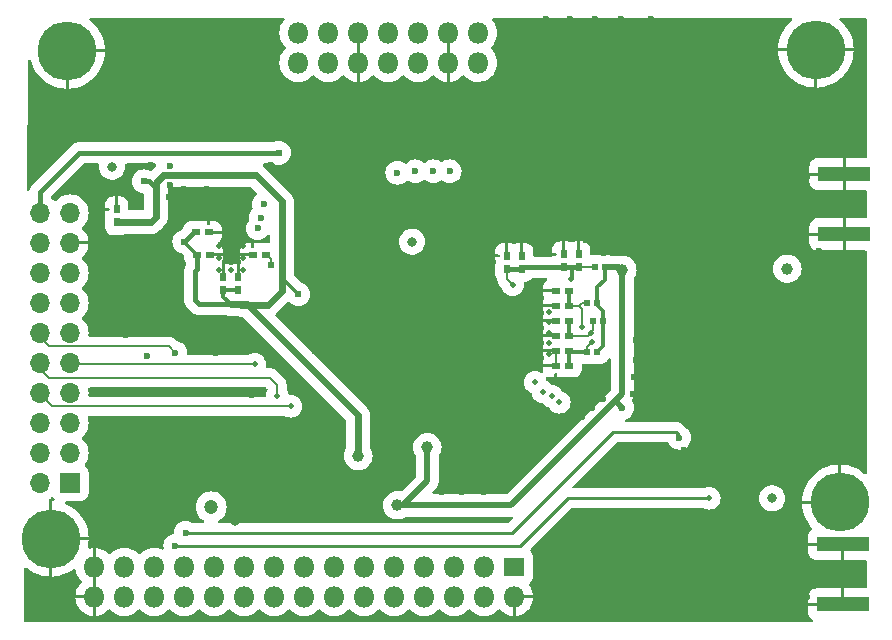
<source format=gbr>
%TF.GenerationSoftware,KiCad,Pcbnew,8.0.6*%
%TF.CreationDate,2024-11-23T19:50:46+06:00*%
%TF.ProjectId,sicomm_slaveboard_BK4819_v2,7369636f-6d6d-45f7-936c-617665626f61,rev?*%
%TF.SameCoordinates,Original*%
%TF.FileFunction,Copper,L4,Bot*%
%TF.FilePolarity,Positive*%
%FSLAX46Y46*%
G04 Gerber Fmt 4.6, Leading zero omitted, Abs format (unit mm)*
G04 Created by KiCad (PCBNEW 8.0.6) date 2024-11-23 19:50:46*
%MOMM*%
%LPD*%
G01*
G04 APERTURE LIST*
%TA.AperFunction,SMDPad,CuDef*%
%ADD10R,0.540000X0.790100*%
%TD*%
%TA.AperFunction,SMDPad,CuDef*%
%ADD11R,0.790100X0.540000*%
%TD*%
%TA.AperFunction,SMDPad,CuDef*%
%ADD12R,0.565700X0.540000*%
%TD*%
%TA.AperFunction,SMDPad,CuDef*%
%ADD13R,4.500000X1.300000*%
%TD*%
%TA.AperFunction,ComponentPad*%
%ADD14O,1.800000X1.800000*%
%TD*%
%TA.AperFunction,ComponentPad*%
%ADD15O,1.700000X1.700000*%
%TD*%
%TA.AperFunction,ComponentPad*%
%ADD16R,1.700000X1.700000*%
%TD*%
%TA.AperFunction,ComponentPad*%
%ADD17R,1.800000X1.574800*%
%TD*%
%TA.AperFunction,ComponentPad*%
%ADD18O,5.000000X5.000000*%
%TD*%
%TA.AperFunction,ViaPad*%
%ADD19C,0.600000*%
%TD*%
%TA.AperFunction,ViaPad*%
%ADD20C,0.500000*%
%TD*%
%TA.AperFunction,ViaPad*%
%ADD21C,1.200000*%
%TD*%
%TA.AperFunction,ViaPad*%
%ADD22C,1.000000*%
%TD*%
%TA.AperFunction,ViaPad*%
%ADD23C,0.800000*%
%TD*%
%TA.AperFunction,ViaPad*%
%ADD24C,0.620000*%
%TD*%
%TA.AperFunction,Conductor*%
%ADD25C,0.500000*%
%TD*%
%TA.AperFunction,Conductor*%
%ADD26C,0.250000*%
%TD*%
%TA.AperFunction,Conductor*%
%ADD27C,0.600000*%
%TD*%
%TA.AperFunction,Conductor*%
%ADD28C,0.400000*%
%TD*%
%TA.AperFunction,Conductor*%
%ADD29C,0.200000*%
%TD*%
%TA.AperFunction,Conductor*%
%ADD30C,0.150000*%
%TD*%
%TA.AperFunction,Conductor*%
%ADD31C,0.300000*%
%TD*%
G04 APERTURE END LIST*
D10*
%TO.P,C2,2*%
%TO.N,GND*%
X8255000Y-5640800D03*
%TO.P,C2,1*%
%TO.N,A3V3_4819*%
X8255000Y-6731000D03*
%TD*%
%TO.P,C223,2*%
%TO.N,A3V3_4819*%
X-2032000Y-1016000D03*
%TO.P,C223,1*%
%TO.N,GND*%
X-2032000Y74200D03*
%TD*%
D11*
%TO.P,C226,2*%
%TO.N,BK4819_18*%
X10578100Y-3772900D03*
%TO.P,C226,1*%
%TO.N,GND*%
X9487900Y-3772900D03*
%TD*%
D10*
%TO.P,C229,2*%
%TO.N,GND*%
X6985000Y-5640800D03*
%TO.P,C229,1*%
%TO.N,A3V3_4819*%
X6985000Y-6731000D03*
%TD*%
D11*
%TO.P,C232,2*%
%TO.N,GND*%
X5752100Y-1867900D03*
%TO.P,C232,1*%
%TO.N,A3V3_4819*%
X4661900Y-1867900D03*
%TD*%
%TO.P,C233,2*%
%TO.N,GND*%
X5879100Y-3772900D03*
%TO.P,C233,1*%
%TO.N,A3V3_4819*%
X4788900Y-3772900D03*
%TD*%
D10*
%TO.P,C4,2*%
%TO.N,VCC_LO*%
X37084000Y-4826000D03*
%TO.P,C4,1*%
%TO.N,GND*%
X37084000Y-3735800D03*
%TD*%
%TO.P,C5,2*%
%TO.N,GND*%
X32258000Y-3862800D03*
%TO.P,C5,1*%
%TO.N,VCC_LO*%
X32258000Y-4953000D03*
%TD*%
%TO.P,C215,2*%
%TO.N,GND*%
X35814000Y-3735800D03*
%TO.P,C215,1*%
%TO.N,VCC_LO*%
X35814000Y-4826000D03*
%TD*%
%TO.P,C216,2*%
%TO.N,VCC_LO*%
X30988000Y-4953000D03*
%TO.P,C216,1*%
%TO.N,GND*%
X30988000Y-3862800D03*
%TD*%
D11*
%TO.P,C217,2*%
%TO.N,VCC_RF*%
X36232100Y-6820900D03*
%TO.P,C217,1*%
%TO.N,GND*%
X35141900Y-6820900D03*
%TD*%
%TO.P,C218,2*%
%TO.N,GND*%
X35141900Y-8090900D03*
%TO.P,C218,1*%
%TO.N,VCC_RF*%
X36232100Y-8090900D03*
%TD*%
%TO.P,C219,2*%
%TO.N,GND*%
X35141900Y-9360900D03*
%TO.P,C219,1*%
%TO.N,VCC_LNA*%
X36232100Y-9360900D03*
%TD*%
%TO.P,C220,2*%
%TO.N,VCC_LNA*%
X36232100Y-10630900D03*
%TO.P,C220,1*%
%TO.N,GND*%
X35141900Y-10630900D03*
%TD*%
%TO.P,C221,2*%
%TO.N,VCC_RXIF*%
X36232100Y-13170900D03*
%TO.P,C221,1*%
%TO.N,GND*%
X35141900Y-13170900D03*
%TD*%
%TO.P,C222,2*%
%TO.N,GND*%
X35141900Y-11900900D03*
%TO.P,C222,1*%
%TO.N,VCC_RXIF*%
X36232100Y-11900900D03*
%TD*%
D12*
%TO.P,R111,2*%
%TO.N,VCC_LO*%
X38429200Y-4788900D03*
%TO.P,R111,1*%
%TO.N,A3V3_3811*%
X39294800Y-4788900D03*
%TD*%
%TO.P,R112,2*%
%TO.N,VCC_RF*%
X37794200Y-7836900D03*
%TO.P,R112,1*%
%TO.N,A3V3_3811*%
X38659800Y-7836900D03*
%TD*%
%TO.P,R113,2*%
%TO.N,VCC_LNA*%
X38302200Y-9360900D03*
%TO.P,R113,1*%
%TO.N,A3V3_3811*%
X39167800Y-9360900D03*
%TD*%
%TO.P,R114,2*%
%TO.N,VCC_RXIF*%
X37794200Y-12027900D03*
%TO.P,R114,1*%
%TO.N,A3V3_3811*%
X38659800Y-12027900D03*
%TD*%
D13*
%TO.P,LNA_IN,3*%
%TO.N,GND*%
X59563000Y3058000D03*
%TO.P,LNA_IN,4*%
X59563000Y-2042000D03*
%TD*%
%TO.P,ANT,3*%
%TO.N,GND*%
X59436000Y-28273700D03*
%TO.P,ANT,4*%
X59436000Y-33373800D03*
%TD*%
D14*
%TO.P,JP3,14*%
%TO.N,N/C*%
X13333200Y12481100D03*
%TO.P,JP3,13*%
X13333200Y15021100D03*
%TO.P,JP3,12*%
%TO.N,MODR*%
X15873200Y12481100D03*
%TO.P,JP3,11*%
%TO.N,N/C*%
X15873200Y15021100D03*
%TO.P,JP3,10*%
%TO.N,GND*%
X18413200Y12481100D03*
%TO.P,JP3,9*%
X18413200Y15021100D03*
%TO.P,JP3,8*%
%TO.N,LINP*%
X20953200Y12481100D03*
%TO.P,JP3,7*%
%TO.N,LINN*%
X20953200Y15021100D03*
%TO.P,JP3,6*%
%TO.N,RINN*%
X23493200Y12481100D03*
%TO.P,JP3,5*%
%TO.N,RINP*%
X23493200Y15021100D03*
%TO.P,JP3,4*%
%TO.N,GND*%
X26033200Y12481100D03*
%TO.P,JP3,3*%
X26033200Y15021100D03*
%TO.P,JP3,2*%
%TO.N,N/C*%
X28573200Y12481100D03*
%TO.P,JP3,1*%
X28573200Y15021100D03*
%TD*%
D15*
%TO.P,JP2,20*%
%TO.N,PE4259_CTL_LMX_CE*%
X-8510800Y-218900D03*
%TO.P,JP2,19*%
%TO.N,N/C*%
X-5970800Y-218900D03*
%TO.P,JP2,18*%
X-8510800Y-2758900D03*
%TO.P,JP2,17*%
%TO.N,GND*%
X-5970800Y-2758900D03*
%TO.P,JP2,16*%
%TO.N,N/C*%
X-8510800Y-5298900D03*
%TO.P,JP2,15*%
X-5970800Y-5298900D03*
%TO.P,JP2,14*%
%TO.N,R28_1*%
X-8510800Y-7838900D03*
%TO.P,JP2,13*%
%TO.N,N/C*%
X-5970800Y-7838900D03*
%TO.P,JP2,12*%
%TO.N,MSPI_MOSI*%
X-8510800Y-10378900D03*
%TO.P,JP2,11*%
%TO.N,R26_2*%
X-5970800Y-10378900D03*
%TO.P,JP2,10*%
%TO.N,MSPI_MISO*%
X-8510800Y-12918900D03*
%TO.P,JP2,9*%
%TO.N,MSPI_SCLK*%
X-5970800Y-12918900D03*
%TO.P,JP2,8*%
%TO.N,MSPI_CS1*%
X-8510800Y-15458900D03*
%TO.P,JP2,7*%
%TO.N,N/C*%
X-5970800Y-15458900D03*
%TO.P,JP2,6*%
%TO.N,LD_SPI3_CS*%
X-8510800Y-17998900D03*
%TO.P,JP2,5*%
%TO.N,SPI3_SCK*%
X-5970800Y-17998900D03*
%TO.P,JP2,4*%
%TO.N,N/C*%
X-8510800Y-20538900D03*
%TO.P,JP2,3*%
%TO.N,SPI3_MOSI*%
X-5970800Y-20538900D03*
%TO.P,JP2,2*%
%TO.N,TX_PDN*%
X-8510800Y-23078900D03*
D16*
%TO.P,JP2,1*%
%TO.N,RX_PDN*%
X-5970800Y-23078700D03*
%TD*%
D14*
%TO.P,JP1,30*%
%TO.N,GND*%
X-3938800Y-32730900D03*
%TO.P,JP1,29*%
X-3938800Y-30190900D03*
%TO.P,JP1,28*%
%TO.N,VBAT*%
X-1398800Y-32730900D03*
%TO.P,JP1,27*%
X-1398800Y-30190900D03*
%TO.P,JP1,26*%
%TO.N,N/C*%
X1141200Y-32730900D03*
%TO.P,JP1,25*%
X1141200Y-30190900D03*
%TO.P,JP1,24*%
X3681200Y-32730900D03*
%TO.P,JP1,23*%
X3681200Y-30190900D03*
%TO.P,JP1,22*%
X6221200Y-32730900D03*
%TO.P,JP1,21*%
X6221200Y-30190900D03*
%TO.P,JP1,20*%
X8761200Y-32730900D03*
%TO.P,JP1,19*%
X8761200Y-30190900D03*
%TO.P,JP1,18*%
X11301200Y-32730900D03*
%TO.P,JP1,17*%
X11301200Y-30190900D03*
%TO.P,JP1,16*%
X13841200Y-32730900D03*
%TO.P,JP1,15*%
X13841200Y-30190900D03*
%TO.P,JP1,14*%
X16381200Y-32730900D03*
%TO.P,JP1,13*%
X16381200Y-30190900D03*
%TO.P,JP1,12*%
X18921200Y-32730900D03*
%TO.P,JP1,11*%
X18921200Y-30190900D03*
%TO.P,JP1,10*%
X21461200Y-32730900D03*
%TO.P,JP1,9*%
X21461200Y-30190900D03*
%TO.P,JP1,8*%
X24001200Y-32730900D03*
%TO.P,JP1,7*%
X24001200Y-30190900D03*
%TO.P,JP1,6*%
X26541200Y-32730900D03*
%TO.P,JP1,5*%
X26541200Y-30190900D03*
%TO.P,JP1,4*%
X29081200Y-32730900D03*
%TO.P,JP1,3*%
X29081200Y-30190900D03*
%TO.P,JP1,2*%
%TO.N,GND*%
X31621200Y-32730900D03*
D17*
%TO.P,JP1,1*%
%TO.N,R27_2*%
X31621200Y-30190700D03*
%TD*%
D18*
%TO.P,Pad_gge111627,1*%
%TO.N,GND*%
X-6223000Y13499100D03*
%TD*%
%TO.P,Pad_gge189569,1*%
%TO.N,GND*%
X57150000Y13589000D03*
%TD*%
%TO.P,Pad_gge290440,1*%
%TO.N,GND*%
X59182000Y-24727900D03*
%TD*%
%TO.P,Pad_gge303765,1*%
%TO.N,GND*%
X-7620000Y-27813000D03*
%TD*%
D19*
%TO.N,GND*%
X2451636Y2158100D03*
D20*
X31623000Y-12154900D03*
X31623000Y-11265900D03*
X31623000Y-10376900D03*
X31623000Y-9487900D03*
X31623000Y-8598900D03*
X33147000Y-8598900D03*
X33147000Y-9487900D03*
X33147000Y-10376900D03*
X33147000Y-11265900D03*
X33147000Y-12154900D03*
X34544000Y-12154900D03*
X34544000Y-11265900D03*
X34544000Y-10376900D03*
X34544000Y-9487900D03*
X34544000Y-8598900D03*
%TO.N,U23_36*%
X33401000Y-14567900D03*
%TO.N,U23_37*%
X34036000Y-15367000D03*
%TO.N,U23_38*%
X34798000Y-15748000D03*
%TO.N,U23_39*%
X35433000Y-16256000D03*
D19*
%TO.N,U23_36*%
X26162000Y3302000D03*
%TO.N,U23_37*%
X24765000Y3302000D03*
%TO.N,U23_38*%
X23241000Y3302000D03*
%TO.N,U23_39*%
X21717000Y3175000D03*
D20*
%TO.N,VCC_LO*%
X31496000Y-6312900D03*
%TO.N,MSPI_CS1*%
X12700000Y-16599900D03*
%TO.N,MSPI_MISO*%
X11557000Y-15710900D03*
%TO.N,MSPI_SCLK*%
X9652000Y-13043900D03*
D21*
%TO.N,VBAT*%
X5969000Y-25108900D03*
D22*
%TO.N,A3V3_3811*%
X21717000Y-24981900D03*
X24257000Y-20066000D03*
D20*
%TO.N,VCC_LO*%
X36449000Y-5804900D03*
D19*
%TO.N,U44_8*%
X2921000Y-28410900D03*
D20*
X48133000Y-24384000D03*
D19*
%TO.N,U44_5*%
X3810000Y-27305000D03*
X45593000Y-19266900D03*
D22*
%TO.N,A3V3_3811*%
X40767000Y-5042900D03*
X54737000Y-4953000D03*
%TO.N,A3V3_4819*%
X18415000Y-20790900D03*
D23*
%TO.N,MODR*%
X-2413000Y3683000D03*
D20*
%TO.N,VCC_RXIF*%
X38227000Y-11138900D03*
%TO.N,VCC_LNA*%
X38100000Y-10376900D03*
%TO.N,VCC_RF*%
X37338000Y-9868900D03*
D19*
%TO.N,GND*%
X56261000Y-28283900D03*
X54737000Y-28283900D03*
D22*
X52400000Y-27902900D03*
D19*
X56388000Y-32728900D03*
X54991000Y-32728900D03*
X53721000Y-32855900D03*
X50927000Y-27902900D03*
X49530000Y-27902900D03*
X47879000Y-27902900D03*
D22*
X45800000Y-27648900D03*
X46228000Y-26101000D03*
D19*
X50673000Y-23584900D03*
X49657000Y-26543000D03*
X52197000Y-26543000D03*
X55372000Y-24727900D03*
X56007000Y-26543000D03*
X54356000Y-26543000D03*
X52324000Y-32982900D03*
X50927000Y-32982900D03*
X49911000Y-33871900D03*
X48260000Y-33871900D03*
X46736000Y-33871900D03*
X44831000Y-33871900D03*
X34163000Y-33655000D03*
X39624000Y-26924000D03*
X34290000Y-31623000D03*
X34163000Y-29718000D03*
X34290000Y-27940000D03*
X42926000Y-20320000D03*
X44450000Y-20320000D03*
X45974000Y-20320000D03*
X61214000Y-21336000D03*
X61087000Y-19177000D03*
X61087000Y-16980900D03*
X61087000Y-14605000D03*
X61087000Y-12700000D03*
X61087000Y-10414000D03*
X60960000Y-8255000D03*
X61087000Y-6096000D03*
X61214000Y-3937000D03*
X57531000Y-15075900D03*
X57531000Y-13932900D03*
X57785000Y-12573000D03*
X57785000Y-11176000D03*
X57785000Y-9652000D03*
X57658000Y-7366000D03*
X57658000Y-5969000D03*
X53975000Y-1905000D03*
X52070000Y-1905000D03*
X44196000Y-1740900D03*
X41656000Y-1740900D03*
X39878000Y-1740900D03*
X55372000Y-15456900D03*
X55626000Y-14059900D03*
X51181000Y-7874000D03*
X49657000Y-7874000D03*
X47371000Y-7874000D03*
X45974000Y-6985000D03*
X54737000Y-3429000D03*
X52705000Y-3556000D03*
X50673000Y-3556000D03*
X48768000Y-3683000D03*
X41910000Y-11011900D03*
X41910000Y-12700000D03*
X41783000Y-14097000D03*
X41656000Y-15583900D03*
X49276000Y-18123900D03*
X50292000Y-13297900D03*
X50292000Y-12154900D03*
X48514000Y-12154900D03*
X46863000Y-12408900D03*
X44704000Y-12281900D03*
X43307000Y-14097000D03*
X45974000Y-15456900D03*
X49657000Y-15494000D03*
X47371000Y-14859000D03*
X45085000Y-13932900D03*
X48260000Y-13932900D03*
X35052000Y-17907000D03*
X39116000Y-15964900D03*
X38227000Y-16764000D03*
X37338000Y-17488900D03*
X36195000Y-18415000D03*
X35179000Y-19431000D03*
X25654000Y-21044900D03*
X25654000Y-19304000D03*
X27178000Y-19177000D03*
X29464000Y-19050000D03*
X29083000Y-8852900D03*
X27559000Y-8852900D03*
X19050000Y-11049000D03*
X17653000Y-12446000D03*
X16002000Y-13043900D03*
X14732000Y-11900900D03*
X13970000Y-10795000D03*
X-1651000Y-15329900D03*
X3302000Y-22225000D03*
X5969000Y-23114000D03*
X7239000Y-21463000D03*
X10160000Y-22733000D03*
X8382000Y-19558000D03*
X10160000Y-19939000D03*
X11938000Y-20155900D03*
X14097000Y-20028900D03*
X16129000Y-19812000D03*
X12192000Y-22695900D03*
X13716000Y-22695900D03*
X19304000Y-15964900D03*
X17399000Y-10376900D03*
X16256000Y-9017000D03*
X15748000Y-10249900D03*
X27305000Y-5423900D03*
X28448000Y-4445000D03*
X29845000Y-4407900D03*
X29845000Y-5804900D03*
X27940000Y-6947900D03*
X28575000Y-851900D03*
X27178000Y-851900D03*
X17272000Y8546100D03*
X17145000Y6895100D03*
X16891000Y4990100D03*
X17145000Y2704100D03*
X30607000Y-20409900D03*
X33147000Y-19266900D03*
X53340000Y16039100D03*
X49784000Y16039100D03*
X46609000Y9689100D03*
X43180000Y16166100D03*
X46228000Y16039100D03*
X40640000Y16166100D03*
X38481000Y16166100D03*
X36322000Y16166100D03*
X34290000Y16166100D03*
X28956000Y6477000D03*
X30353000Y5207000D03*
X28702000Y2921000D03*
X28575000Y1270000D03*
X39243000Y799100D03*
X41529000Y1942100D03*
X49784000Y2794000D03*
X47752000Y2286000D03*
X59944000Y15912100D03*
X381000Y14261100D03*
X4699000Y14515100D03*
X8509000Y15023100D03*
X-7366000Y9562100D03*
X-8255000Y7403100D03*
X-8890000Y4609100D03*
X-8128000Y-32347900D03*
X-6477000Y-33363900D03*
X35687000Y127000D03*
X39751000Y5334000D03*
X41529000Y3847100D03*
X44196000Y3339100D03*
X45847000Y381000D03*
X762000Y11049000D03*
X3302000Y11811000D03*
X6096000Y11938000D03*
X8509000Y11938000D03*
X10795000Y11938000D03*
X-5334000Y1561100D03*
X-1270000Y-10541000D03*
X38989000Y3175000D03*
X36195000Y1524000D03*
X41529000Y-3556000D03*
X39243000Y-3645900D03*
X51562000Y-21552900D03*
D23*
X59182000Y-19177000D03*
D20*
X49784000Y-21552900D03*
D24*
%TO.N,A3V3_4819*%
X7620000Y-7963900D03*
%TO.N,BK4819_18*%
X11049000Y-4661900D03*
%TO.N,PE4259_CTL_LMX_CE*%
X11684000Y4863100D03*
D19*
%TO.N,SPI3_MOSI*%
X10414000Y508000D03*
%TO.N,LD_SPI3_CS*%
X10160000Y-635000D03*
%TO.N,SPI3_SCK*%
X9906000Y-1524000D03*
%TO.N,A3V3_4819*%
X3683000Y-2667000D03*
D24*
X254000Y2450100D03*
D19*
%TO.N,GND*%
X-1524000Y12827000D03*
X-3048000Y11303000D03*
X-4953000Y9017000D03*
X16891000Y10287000D03*
X14859000Y9017000D03*
X12319000Y8890000D03*
X9779000Y8890000D03*
X6858000Y9054100D03*
X4318000Y8927100D03*
X1270000Y6006100D03*
X4191000Y6133100D03*
X7366000Y6133100D03*
X11303000Y6387100D03*
X14859000Y6133100D03*
X13081000Y3085100D03*
X11049000Y3810000D03*
X13589000Y-381000D03*
X889000Y3847100D03*
X508000Y-10287000D03*
X3175000Y-10287000D03*
X1905000Y-8471900D03*
X762000Y-6350000D03*
X-1270000Y-8344900D03*
D24*
%TO.N,A3V3_4819*%
X13335000Y-7112000D03*
D19*
%TO.N,GND*%
X39751000Y-31458900D03*
X32258000Y6006100D03*
X61087000Y-33363900D03*
X59436000Y-33363900D03*
X57785000Y-33363900D03*
X57912000Y-28283900D03*
X59563000Y-28283900D03*
X61214000Y-28283900D03*
X43307000Y-33998900D03*
X41656000Y-33871900D03*
X40640000Y-32728900D03*
X39624000Y-29807900D03*
X39624000Y-28410900D03*
X57404000Y-3429000D03*
X56134000Y-1905000D03*
D20*
X7620000Y-4027200D03*
X7620000Y-3010900D03*
X8636000Y-3010900D03*
X8636000Y-4026900D03*
X8636000Y-5042900D03*
X7620000Y-5042900D03*
X6604000Y-3010900D03*
X6604000Y-4027200D03*
X6604000Y-5042900D03*
D19*
%TO.N,A3V3_3811*%
X40767000Y-16726900D03*
%TO.N,MSPI_MOSI*%
X2921000Y-12065000D03*
D23*
%TO.N,C103_1*%
X22987000Y-2667000D03*
X53467000Y-24384000D03*
D19*
%TO.N,GND*%
X14859000Y0D03*
X17526000Y-4318000D03*
X19812000Y-3937000D03*
X20955000Y-4064000D03*
X2413000Y1143000D03*
X54229000Y-7747000D03*
X13843000Y-9398000D03*
X17399000Y-8763000D03*
X27940000Y-14986000D03*
X28829000Y-14097000D03*
D23*
X8001000Y-26289000D03*
D19*
X254000Y-26162000D03*
X34417000Y1651000D03*
D23*
X31496000Y1524000D03*
D19*
X31496000Y3175000D03*
X35814000Y-26797000D03*
X37846000Y-26797000D03*
X40132000Y-22860000D03*
X41148000Y-21336000D03*
X59563000Y-2042000D03*
X60960000Y-2032000D03*
X58039000Y-2032000D03*
X58166000Y3048000D03*
X59690000Y3038000D03*
X61087000Y3048000D03*
X50038000Y-1778000D03*
X47752000Y-1905000D03*
X46482000Y-3683000D03*
X56388000Y2794000D03*
X53975000Y2794000D03*
X51816000Y2794000D03*
X37719000Y-2540000D03*
X43815000Y-3556000D03*
X51181000Y-6223000D03*
X49530000Y-6223000D03*
X47371000Y-6223000D03*
X44196000Y-7366000D03*
X51689000Y-14478000D03*
X51562000Y-16129000D03*
X51562000Y-17653000D03*
X51562000Y-19050000D03*
X48133000Y-16383000D03*
X46355000Y-17780000D03*
X44069000Y-16002000D03*
X37719000Y-1016000D03*
X37338000Y508000D03*
X28956000Y9017000D03*
X29083000Y10668000D03*
X27178000Y889000D03*
X27305000Y2667000D03*
X27305000Y4699000D03*
X27305000Y6604000D03*
X27178000Y8636000D03*
D21*
X27178000Y10541000D03*
D19*
X19304000Y9652000D03*
X19939000Y7366000D03*
X19812000Y4699000D03*
X20193000Y2921000D03*
X18796000Y2159000D03*
X17145000Y1270000D03*
X14605000Y1905000D03*
D22*
X-500000Y-6000000D03*
D19*
X-2159000Y-5715000D03*
X-3175000Y-4826000D03*
X-3937000Y-3556000D03*
X-3937000Y-2159000D03*
X-3937000Y-381000D03*
X-4064000Y1651000D03*
X-4064000Y3683000D03*
X-3556000Y6477000D03*
X-1905000Y8001000D03*
X-635000Y9271000D03*
X4699000Y127000D03*
X2507488Y3758100D03*
X3683000Y1778000D03*
X5588000Y1778000D03*
X7493000Y1651000D03*
X9144000Y1651000D03*
X21844000Y-8128000D03*
X21844000Y-6477000D03*
X25527000Y-23876000D03*
X27178000Y-23876000D03*
X29083000Y-23876000D03*
X30988000Y-23495000D03*
X32512000Y-22098000D03*
X33782000Y-20828000D03*
X28321000Y-22098000D03*
X28575000Y-20701000D03*
X20447000Y-14986000D03*
X21590000Y-13716000D03*
X22098000Y-15113000D03*
X21971000Y-17018000D03*
X21971000Y-18796000D03*
X21971000Y-20828000D03*
X21971000Y-22733000D03*
X4699000Y-11557000D03*
X508000Y-12319000D03*
X508000Y-15367000D03*
X2794000Y-15367000D03*
X-3429000Y-15367000D03*
X5080000Y-20574000D03*
X6858000Y-18288000D03*
X35433000Y10922000D03*
X37973000Y10795000D03*
X41021000Y10668000D03*
X46355000Y12065000D03*
X53594000Y9398000D03*
X48387000Y7112000D03*
X41529000Y7747000D03*
X36068000Y8128000D03*
X37084000Y12827000D03*
X42926000Y13462000D03*
X49784000Y13462000D03*
X51435000Y11176000D03*
X51689000Y5969000D03*
X50292000Y9525000D03*
X32385000Y12954000D03*
X32004000Y9906000D03*
X31242000Y8128000D03*
X47117000Y4699000D03*
X38354000Y6604000D03*
X36322000Y4572000D03*
X54737000Y5842000D03*
X56896000Y9779000D03*
X55372000Y-22987000D03*
X55372000Y-21336000D03*
X57277000Y-20447000D03*
X42672000Y508000D03*
X44450000Y7366000D03*
X2032000Y-26289000D03*
X20447000Y-9525000D03*
X12446000Y-13335000D03*
X13716000Y-15113000D03*
X8382000Y-9652000D03*
X7366000Y-10668000D03*
X6350000Y-12065000D03*
X9398000Y-15621000D03*
X3302000Y-7747000D03*
X5461000Y-9398000D03*
X2667000Y-6223000D03*
X36830000Y-29718000D03*
X36957000Y-32004000D03*
X37084000Y-34290000D03*
X19939000Y-7620000D03*
%TD*%
D25*
%TO.N,A3V3_3811*%
X40767000Y-5042900D02*
X40513000Y-4788900D01*
X40513000Y-4788900D02*
X39294800Y-4788900D01*
D26*
%TO.N,U44_5*%
X3810000Y-27305000D02*
X31458900Y-27305000D01*
X31458900Y-27305000D02*
X40005000Y-18758900D01*
X40005000Y-18758900D02*
X45339000Y-18758900D01*
X45339000Y-18758900D02*
X45593000Y-19012900D01*
X45593000Y-19012900D02*
X45593000Y-19266900D01*
D27*
%TO.N,A3V3_4819*%
X8509000Y-8002000D02*
X10795000Y-8002000D01*
X10795000Y-8002000D02*
X11938000Y-6859000D01*
X11938000Y-6859000D02*
X11938000Y761000D01*
X11938000Y761000D02*
X9740900Y2958100D01*
X9740900Y2958100D02*
X1905000Y2958100D01*
X1905000Y2958100D02*
X1270000Y2323100D01*
X1270000Y2323100D02*
X1270000Y-597900D01*
X1270000Y-597900D02*
X850900Y-1017000D01*
X850900Y-1017000D02*
X-2032000Y-1017000D01*
D26*
X4788900Y-3772900D02*
X3683000Y-2667000D01*
X3683000Y-2667000D02*
X3683000Y-2667000D01*
D28*
X7620000Y-7963900D02*
X4953000Y-7963900D01*
X4953000Y-7963900D02*
X4572000Y-7582900D01*
X4572000Y-7582900D02*
X4572000Y-5169900D01*
X4572000Y-5169900D02*
X4787900Y-4954000D01*
X4787900Y-4954000D02*
X4787900Y-3772900D01*
D29*
%TO.N,MSPI_MOSI*%
X2921000Y-12065000D02*
X2375900Y-11519900D01*
X2375900Y-11519900D02*
X-7747000Y-11519900D01*
X-7747000Y-11519900D02*
X-8510900Y-10756000D01*
X-8510900Y-10756000D02*
X-8510900Y-10378800D01*
D28*
%TO.N,A3V3_4819*%
X1270000Y1910000D02*
X729900Y2450100D01*
X729900Y2450100D02*
X254000Y2450100D01*
X3683000Y-2667000D02*
X4482100Y-1867900D01*
X4482100Y-1867900D02*
X4661900Y-1867900D01*
D25*
%TO.N,A3V3_3811*%
X40167000Y-16183900D02*
X40224000Y-16183900D01*
X40224000Y-16183900D02*
X40767000Y-16726900D01*
D29*
%TO.N,BK4819_18*%
X11049000Y-4661900D02*
X11049000Y-4153900D01*
X11049000Y-4153900D02*
X10668000Y-3772900D01*
X10668000Y-3772900D02*
X10578100Y-3772900D01*
D25*
%TO.N,A3V3_3811*%
X21717000Y-24981900D02*
X22225000Y-24981900D01*
X22225000Y-24981900D02*
X24257000Y-22949900D01*
X24257000Y-22949900D02*
X24257000Y-20066000D01*
D26*
%TO.N,U44_8*%
X2921000Y-28410900D02*
X32131000Y-28410900D01*
X32131000Y-28410900D02*
X36157900Y-24384000D01*
X36157900Y-24384000D02*
X48133000Y-24384000D01*
D29*
%TO.N,MSPI_CS1*%
X-7493000Y-16599900D02*
X-8510900Y-15582000D01*
X-8510900Y-15582000D02*
X-8510900Y-15458800D01*
%TO.N,MSPI_MISO*%
X-7747000Y-14186900D02*
X-8510900Y-13423000D01*
X-8510900Y-13423000D02*
X-8510900Y-12918800D01*
%TO.N,VCC_LO*%
X31496000Y-6312900D02*
X30988000Y-5804900D01*
X30988000Y-5804900D02*
X30988000Y-4953000D01*
D28*
X32258000Y-4953000D02*
X32385000Y-4826000D01*
X32385000Y-4826000D02*
X35814000Y-4826000D01*
X35814000Y-4826000D02*
X37084000Y-4826000D01*
X30988000Y-4953000D02*
X32258000Y-4953000D01*
D30*
X37084000Y-4826000D02*
X37121100Y-4788900D01*
X37121100Y-4788900D02*
X38429200Y-4788900D01*
%TO.N,MSPI_SCLK*%
X9652000Y-13043900D02*
X-5845800Y-13043900D01*
X-5845800Y-13043900D02*
X-5970800Y-12918900D01*
D29*
%TO.N,MSPI_MISO*%
X11557000Y-15710900D02*
X11557000Y-14821900D01*
X11557000Y-14821900D02*
X10922000Y-14186900D01*
X10922000Y-14186900D02*
X-7747000Y-14186900D01*
%TO.N,MSPI_CS1*%
X12700000Y-16599900D02*
X-7493000Y-16599900D01*
D31*
%TO.N,A3V3_3811*%
X39293800Y-4788900D02*
X39293800Y-5881100D01*
X39293800Y-5881100D02*
X38658800Y-6516100D01*
X38658800Y-6516100D02*
X38658800Y-7836900D01*
X39167800Y-9360900D02*
X39167800Y-11519900D01*
X39167800Y-11519900D02*
X38659800Y-12027900D01*
%TO.N,VCC_RF*%
X36232100Y-8090900D02*
X36232100Y-6820900D01*
%TO.N,VCC_LNA*%
X36232100Y-9360900D02*
X36232100Y-10630900D01*
%TO.N,VCC_RXIF*%
X36232100Y-11900900D02*
X36359100Y-12027900D01*
X36359100Y-12027900D02*
X37794200Y-12027900D01*
X36232100Y-11900900D02*
X36232100Y-13170900D01*
%TO.N,VCC_LO*%
X36449000Y-5804900D02*
X36516500Y-5737500D01*
X36516500Y-5737500D02*
X36516500Y-4826000D01*
D29*
%TO.N,GND*%
X35141900Y-13170900D02*
X35141900Y-11900900D01*
%TO.N,VCC_RXIF*%
X38227000Y-11138900D02*
X37794200Y-11571800D01*
X37794200Y-11571800D02*
X37794200Y-12027900D01*
%TO.N,VCC_LNA*%
X38100000Y-10376900D02*
X38302200Y-10174700D01*
X38302200Y-10174700D02*
X38302200Y-9360900D01*
X36232100Y-10630900D02*
X37846000Y-10630900D01*
X37846000Y-10630900D02*
X38100000Y-10376900D01*
%TO.N,VCC_RF*%
X37338000Y-9868900D02*
X37338000Y-8344900D01*
X37338000Y-8344900D02*
X37084000Y-8090900D01*
X37084000Y-8090900D02*
X36232100Y-8090900D01*
X37084000Y-8090900D02*
X37338000Y-7836900D01*
X37338000Y-7836900D02*
X37794200Y-7836900D01*
D31*
%TO.N,A3V3_3811*%
X38658800Y-7836900D02*
X38658800Y-8014700D01*
X38658800Y-8014700D02*
X39166800Y-8522700D01*
X39166800Y-8522700D02*
X39166800Y-9360900D01*
D25*
X21717000Y-24981900D02*
X31369000Y-24981900D01*
X31369000Y-24981900D02*
X40767000Y-15583900D01*
X40767000Y-15583900D02*
X40767000Y-5042900D01*
D31*
%TO.N,A3V3_4819*%
X6985000Y-6731000D02*
X6985000Y-6731000D01*
X6985000Y-6731000D02*
X8255000Y-6731000D01*
X7620000Y-7963900D02*
X6985000Y-7328900D01*
X6985000Y-7328900D02*
X6985000Y-6731000D01*
D27*
X18415000Y-20790900D02*
X18415000Y-17361900D01*
X18415000Y-17361900D02*
X9017000Y-7963900D01*
X9017000Y-7963900D02*
X7620000Y-7963900D01*
D31*
X13335000Y-7112000D02*
X12137000Y-5914000D01*
X12137000Y-5914000D02*
X11938000Y-5914000D01*
D28*
%TO.N,PE4259_CTL_LMX_CE*%
X11684000Y4863100D02*
X-5207000Y4863100D01*
X-5207000Y4863100D02*
X-8510800Y1559300D01*
X-8510800Y1559300D02*
X-8510800Y-218900D01*
%TD*%
%TA.AperFunction,Conductor*%
%TO.N,GND*%
G36*
X61420121Y16280598D02*
G01*
X61466614Y16226942D01*
X61478000Y16174600D01*
X61478000Y4534000D01*
X61457998Y4465879D01*
X61404342Y4419386D01*
X61352000Y4408000D01*
X59690000Y4408000D01*
X59690000Y1708001D01*
X61352000Y1708001D01*
X61420121Y1687999D01*
X61466614Y1634343D01*
X61478000Y1582001D01*
X61478000Y-566000D01*
X61457998Y-634121D01*
X61404342Y-680614D01*
X61352000Y-692000D01*
X59690000Y-692000D01*
X59690000Y-3391999D01*
X61352000Y-3391999D01*
X61420121Y-3412001D01*
X61466614Y-3465657D01*
X61478000Y-3517999D01*
X61478000Y-22206545D01*
X61457998Y-22274666D01*
X61404342Y-22321159D01*
X61334068Y-22331263D01*
X61269488Y-22301769D01*
X61268040Y-22300496D01*
X61180314Y-22222099D01*
X61180307Y-22222094D01*
X60887181Y-22014110D01*
X60887174Y-22014106D01*
X60572628Y-21840264D01*
X60572605Y-21840252D01*
X60240562Y-21702715D01*
X59895181Y-21603213D01*
X59540847Y-21543010D01*
X59309000Y-21529990D01*
X59309000Y-23229317D01*
X59300053Y-23227900D01*
X59063947Y-23227900D01*
X59055000Y-23229317D01*
X59055000Y-21529990D01*
X58823152Y-21543010D01*
X58823151Y-21543010D01*
X58468818Y-21603213D01*
X58123437Y-21702715D01*
X57791394Y-21840252D01*
X57791371Y-21840264D01*
X57476825Y-22014106D01*
X57476818Y-22014110D01*
X57183692Y-22222094D01*
X57183685Y-22222099D01*
X56915693Y-22461593D01*
X56676199Y-22729585D01*
X56676194Y-22729592D01*
X56468210Y-23022718D01*
X56468206Y-23022725D01*
X56294364Y-23337271D01*
X56294352Y-23337294D01*
X56156815Y-23669337D01*
X56057313Y-24014718D01*
X55997110Y-24369051D01*
X55997110Y-24369052D01*
X55984090Y-24600900D01*
X57683417Y-24600900D01*
X57682000Y-24609847D01*
X57682000Y-24845953D01*
X57683417Y-24854900D01*
X55984090Y-24854900D01*
X55997110Y-25086747D01*
X55997110Y-25086748D01*
X56057313Y-25441081D01*
X56156815Y-25786462D01*
X56294352Y-26118505D01*
X56294364Y-26118528D01*
X56468206Y-26433074D01*
X56468210Y-26433081D01*
X56676194Y-26726207D01*
X56676199Y-26726214D01*
X56799962Y-26864704D01*
X56830440Y-26928826D01*
X56821412Y-26999246D01*
X56775746Y-27053607D01*
X56771197Y-27056491D01*
X56751128Y-27068623D01*
X56751120Y-27068629D01*
X56630929Y-27188820D01*
X56630925Y-27188825D01*
X56542982Y-27334300D01*
X56542982Y-27334301D01*
X56492408Y-27496596D01*
X56492408Y-27496600D01*
X56486000Y-27567127D01*
X56486000Y-28146700D01*
X59437000Y-28146700D01*
X59505121Y-28166702D01*
X59551614Y-28220358D01*
X59563000Y-28272700D01*
X59563000Y-29623699D01*
X61352000Y-29623699D01*
X61420121Y-29643701D01*
X61466614Y-29697357D01*
X61478000Y-29749699D01*
X61478000Y-31897800D01*
X61457998Y-31965921D01*
X61404342Y-32012414D01*
X61352000Y-32023800D01*
X59563000Y-32023800D01*
X59563000Y-33374800D01*
X59542998Y-33442921D01*
X59489342Y-33489414D01*
X59437000Y-33500800D01*
X56486001Y-33500800D01*
X56486001Y-34080371D01*
X56492408Y-34150901D01*
X56542982Y-34313198D01*
X56542982Y-34313199D01*
X56630925Y-34458674D01*
X56630929Y-34458679D01*
X56751120Y-34578870D01*
X56751125Y-34578874D01*
X56887924Y-34661572D01*
X56935872Y-34713930D01*
X56947902Y-34783900D01*
X56920193Y-34849267D01*
X56861543Y-34889276D01*
X56822739Y-34895400D01*
X-9782933Y-34895400D01*
X-9851054Y-34875398D01*
X-9897547Y-34821742D01*
X-9908930Y-34768485D01*
X-9901760Y-33781309D01*
X-9876972Y-30368308D01*
X-9856476Y-30300340D01*
X-9802485Y-30254238D01*
X-9732139Y-30244645D01*
X-9667774Y-30274606D01*
X-9667016Y-30275278D01*
X-9618315Y-30318800D01*
X-9618308Y-30318805D01*
X-9325182Y-30526789D01*
X-9325175Y-30526793D01*
X-9010629Y-30700635D01*
X-9010606Y-30700647D01*
X-8678563Y-30838184D01*
X-8333182Y-30937686D01*
X-7978846Y-30997889D01*
X-7978852Y-30997889D01*
X-7747001Y-31010908D01*
X-7747000Y-31010908D01*
X-7747000Y-29311582D01*
X-7738053Y-29313000D01*
X-7501947Y-29313000D01*
X-7493000Y-29311582D01*
X-7493000Y-31010908D01*
X-7261152Y-30997889D01*
X-6906819Y-30937686D01*
X-6561438Y-30838184D01*
X-6229395Y-30700647D01*
X-6229372Y-30700635D01*
X-5914826Y-30526793D01*
X-5914816Y-30526786D01*
X-5715415Y-30385304D01*
X-5648284Y-30362197D01*
X-5579317Y-30379052D01*
X-5530411Y-30430518D01*
X-5519983Y-30458650D01*
X-5465197Y-30686854D01*
X-5368820Y-30919529D01*
X-5237229Y-31134266D01*
X-5237228Y-31134268D01*
X-5073671Y-31325770D01*
X-5027634Y-31365089D01*
X-4988824Y-31424539D01*
X-4988317Y-31495534D01*
X-5026274Y-31555533D01*
X-5027634Y-31556711D01*
X-5073671Y-31596029D01*
X-5237228Y-31787531D01*
X-5237229Y-31787533D01*
X-5368820Y-32002270D01*
X-5465197Y-32234945D01*
X-5523988Y-32479831D01*
X-5533753Y-32603900D01*
X-4422408Y-32603900D01*
X-4438800Y-32665074D01*
X-4438800Y-32796726D01*
X-4422408Y-32857900D01*
X-5533753Y-32857900D01*
X-5523988Y-32981968D01*
X-5465197Y-33226854D01*
X-5368820Y-33459529D01*
X-5237229Y-33674266D01*
X-5237228Y-33674268D01*
X-5073671Y-33865770D01*
X-4882169Y-34029327D01*
X-4882167Y-34029328D01*
X-4667430Y-34160919D01*
X-4434755Y-34257296D01*
X-4189869Y-34316087D01*
X-4065801Y-34325851D01*
X-4065800Y-34325851D01*
X-4065800Y-33214508D01*
X-4004626Y-33230900D01*
X-3872974Y-33230900D01*
X-3811800Y-33214508D01*
X-3811800Y-34325851D01*
X-3687732Y-34316087D01*
X-3442846Y-34257296D01*
X-3210171Y-34160919D01*
X-2995434Y-34029328D01*
X-2995432Y-34029327D01*
X-2803931Y-33865770D01*
X-2764941Y-33820119D01*
X-2705491Y-33781309D01*
X-2634496Y-33780801D01*
X-2574497Y-33818757D01*
X-2573318Y-33820117D01*
X-2534022Y-33866126D01*
X-2534021Y-33866127D01*
X-2342459Y-34029736D01*
X-2127659Y-34161366D01*
X-1894911Y-34257773D01*
X-1649948Y-34316583D01*
X-1398800Y-34336349D01*
X-1147652Y-34316583D01*
X-902689Y-34257773D01*
X-669941Y-34161366D01*
X-455141Y-34029736D01*
X-263576Y-33866124D01*
X-224611Y-33820500D01*
X-165161Y-33781693D01*
X-94166Y-33781185D01*
X-34168Y-33819141D01*
X-33037Y-33820445D01*
X5674Y-33865770D01*
X5979Y-33866127D01*
X197062Y-34029327D01*
X197541Y-34029736D01*
X412341Y-34161366D01*
X645089Y-34257773D01*
X890052Y-34316583D01*
X1141200Y-34336349D01*
X1392348Y-34316583D01*
X1637311Y-34257773D01*
X1870059Y-34161366D01*
X2084859Y-34029736D01*
X2276424Y-33866124D01*
X2315389Y-33820500D01*
X2374839Y-33781693D01*
X2445834Y-33781185D01*
X2505832Y-33819141D01*
X2506963Y-33820445D01*
X2545674Y-33865770D01*
X2545979Y-33866127D01*
X2737062Y-34029327D01*
X2737541Y-34029736D01*
X2952341Y-34161366D01*
X3185089Y-34257773D01*
X3430052Y-34316583D01*
X3681200Y-34336349D01*
X3932348Y-34316583D01*
X4177311Y-34257773D01*
X4410059Y-34161366D01*
X4624859Y-34029736D01*
X4816424Y-33866124D01*
X4855389Y-33820500D01*
X4914839Y-33781693D01*
X4985834Y-33781185D01*
X5045832Y-33819141D01*
X5046963Y-33820445D01*
X5085674Y-33865770D01*
X5085979Y-33866127D01*
X5277062Y-34029327D01*
X5277541Y-34029736D01*
X5492341Y-34161366D01*
X5725089Y-34257773D01*
X5970052Y-34316583D01*
X6221200Y-34336349D01*
X6472348Y-34316583D01*
X6717311Y-34257773D01*
X6950059Y-34161366D01*
X7164859Y-34029736D01*
X7356424Y-33866124D01*
X7395389Y-33820500D01*
X7454839Y-33781693D01*
X7525834Y-33781185D01*
X7585832Y-33819141D01*
X7586963Y-33820445D01*
X7625674Y-33865770D01*
X7625979Y-33866127D01*
X7817062Y-34029327D01*
X7817541Y-34029736D01*
X8032341Y-34161366D01*
X8265089Y-34257773D01*
X8510052Y-34316583D01*
X8761200Y-34336349D01*
X9012348Y-34316583D01*
X9257311Y-34257773D01*
X9490059Y-34161366D01*
X9704859Y-34029736D01*
X9896424Y-33866124D01*
X9935389Y-33820500D01*
X9994839Y-33781693D01*
X10065834Y-33781185D01*
X10125832Y-33819141D01*
X10126963Y-33820445D01*
X10165674Y-33865770D01*
X10165979Y-33866127D01*
X10357062Y-34029327D01*
X10357541Y-34029736D01*
X10572341Y-34161366D01*
X10805089Y-34257773D01*
X11050052Y-34316583D01*
X11301200Y-34336349D01*
X11552348Y-34316583D01*
X11797311Y-34257773D01*
X12030059Y-34161366D01*
X12244859Y-34029736D01*
X12436424Y-33866124D01*
X12475389Y-33820500D01*
X12534839Y-33781693D01*
X12605834Y-33781185D01*
X12665832Y-33819141D01*
X12666963Y-33820445D01*
X12705674Y-33865770D01*
X12705979Y-33866127D01*
X12897062Y-34029327D01*
X12897541Y-34029736D01*
X13112341Y-34161366D01*
X13345089Y-34257773D01*
X13590052Y-34316583D01*
X13841200Y-34336349D01*
X14092348Y-34316583D01*
X14337311Y-34257773D01*
X14570059Y-34161366D01*
X14784859Y-34029736D01*
X14976424Y-33866124D01*
X15015389Y-33820500D01*
X15074839Y-33781693D01*
X15145834Y-33781185D01*
X15205832Y-33819141D01*
X15206963Y-33820445D01*
X15245674Y-33865770D01*
X15245979Y-33866127D01*
X15437062Y-34029327D01*
X15437541Y-34029736D01*
X15652341Y-34161366D01*
X15885089Y-34257773D01*
X16130052Y-34316583D01*
X16381200Y-34336349D01*
X16632348Y-34316583D01*
X16877311Y-34257773D01*
X17110059Y-34161366D01*
X17324859Y-34029736D01*
X17516424Y-33866124D01*
X17555389Y-33820500D01*
X17614839Y-33781693D01*
X17685834Y-33781185D01*
X17745832Y-33819141D01*
X17746963Y-33820445D01*
X17785674Y-33865770D01*
X17785979Y-33866127D01*
X17977062Y-34029327D01*
X17977541Y-34029736D01*
X18192341Y-34161366D01*
X18425089Y-34257773D01*
X18670052Y-34316583D01*
X18921200Y-34336349D01*
X19172348Y-34316583D01*
X19417311Y-34257773D01*
X19650059Y-34161366D01*
X19864859Y-34029736D01*
X20056424Y-33866124D01*
X20095389Y-33820500D01*
X20154839Y-33781693D01*
X20225834Y-33781185D01*
X20285832Y-33819141D01*
X20286963Y-33820445D01*
X20325674Y-33865770D01*
X20325979Y-33866127D01*
X20517062Y-34029327D01*
X20517541Y-34029736D01*
X20732341Y-34161366D01*
X20965089Y-34257773D01*
X21210052Y-34316583D01*
X21461200Y-34336349D01*
X21712348Y-34316583D01*
X21957311Y-34257773D01*
X22190059Y-34161366D01*
X22404859Y-34029736D01*
X22596424Y-33866124D01*
X22635389Y-33820500D01*
X22694839Y-33781693D01*
X22765834Y-33781185D01*
X22825832Y-33819141D01*
X22826963Y-33820445D01*
X22865674Y-33865770D01*
X22865979Y-33866127D01*
X23057062Y-34029327D01*
X23057541Y-34029736D01*
X23272341Y-34161366D01*
X23505089Y-34257773D01*
X23750052Y-34316583D01*
X24001200Y-34336349D01*
X24252348Y-34316583D01*
X24497311Y-34257773D01*
X24730059Y-34161366D01*
X24944859Y-34029736D01*
X25136424Y-33866124D01*
X25175389Y-33820500D01*
X25234839Y-33781693D01*
X25305834Y-33781185D01*
X25365832Y-33819141D01*
X25366963Y-33820445D01*
X25405674Y-33865770D01*
X25405979Y-33866127D01*
X25597062Y-34029327D01*
X25597541Y-34029736D01*
X25812341Y-34161366D01*
X26045089Y-34257773D01*
X26290052Y-34316583D01*
X26541200Y-34336349D01*
X26792348Y-34316583D01*
X27037311Y-34257773D01*
X27270059Y-34161366D01*
X27484859Y-34029736D01*
X27676424Y-33866124D01*
X27715389Y-33820500D01*
X27774839Y-33781693D01*
X27845834Y-33781185D01*
X27905832Y-33819141D01*
X27906963Y-33820445D01*
X27945674Y-33865770D01*
X27945979Y-33866127D01*
X28137062Y-34029327D01*
X28137541Y-34029736D01*
X28352341Y-34161366D01*
X28585089Y-34257773D01*
X28830052Y-34316583D01*
X29081200Y-34336349D01*
X29332348Y-34316583D01*
X29577311Y-34257773D01*
X29810059Y-34161366D01*
X30024859Y-34029736D01*
X30216424Y-33866124D01*
X30255717Y-33820116D01*
X30315167Y-33781309D01*
X30386162Y-33780801D01*
X30446160Y-33818757D01*
X30447339Y-33820118D01*
X30486329Y-33865770D01*
X30677831Y-34029327D01*
X30677833Y-34029328D01*
X30892570Y-34160919D01*
X31125245Y-34257296D01*
X31370131Y-34316087D01*
X31494199Y-34325851D01*
X31494200Y-34325851D01*
X31494200Y-33214508D01*
X31555374Y-33230900D01*
X31687026Y-33230900D01*
X31748200Y-33214508D01*
X31748200Y-34325851D01*
X31872268Y-34316087D01*
X32117154Y-34257296D01*
X32349829Y-34160919D01*
X32564566Y-34029328D01*
X32564568Y-34029327D01*
X32756070Y-33865770D01*
X32919627Y-33674268D01*
X32919628Y-33674266D01*
X33051219Y-33459529D01*
X33147596Y-33226854D01*
X33206387Y-32981968D01*
X33216153Y-32857900D01*
X32104808Y-32857900D01*
X32121200Y-32796726D01*
X32121200Y-32667227D01*
X56486000Y-32667227D01*
X56486000Y-33246800D01*
X59309000Y-33246800D01*
X59309000Y-32023800D01*
X57129428Y-32023800D01*
X57058898Y-32030208D01*
X56896601Y-32080782D01*
X56896600Y-32080782D01*
X56751125Y-32168725D01*
X56751120Y-32168729D01*
X56630929Y-32288920D01*
X56630925Y-32288925D01*
X56542982Y-32434400D01*
X56542982Y-32434401D01*
X56492408Y-32596696D01*
X56492408Y-32596700D01*
X56486000Y-32667227D01*
X32121200Y-32667227D01*
X32121200Y-32665074D01*
X32104808Y-32603900D01*
X33216152Y-32603900D01*
X33206387Y-32479831D01*
X33147596Y-32234945D01*
X33051219Y-32002270D01*
X32919630Y-31787536D01*
X32885496Y-31747570D01*
X32856465Y-31682780D01*
X32867070Y-31612580D01*
X32913945Y-31559257D01*
X32916026Y-31557969D01*
X32956385Y-31533572D01*
X33076672Y-31413285D01*
X33164678Y-31267706D01*
X33215286Y-31105296D01*
X33221700Y-31034716D01*
X33221700Y-29346684D01*
X33215286Y-29276104D01*
X33164678Y-29113694D01*
X33084021Y-28980271D01*
X56486001Y-28980271D01*
X56492408Y-29050801D01*
X56542982Y-29213098D01*
X56542982Y-29213099D01*
X56630925Y-29358574D01*
X56630929Y-29358579D01*
X56751120Y-29478770D01*
X56751125Y-29478774D01*
X56896600Y-29566717D01*
X57058898Y-29617291D01*
X57129427Y-29623699D01*
X59309000Y-29623699D01*
X59309000Y-28400700D01*
X56486001Y-28400700D01*
X56486001Y-28980271D01*
X33084021Y-28980271D01*
X33076672Y-28968115D01*
X32998037Y-28889480D01*
X32964014Y-28827171D01*
X32969078Y-28756355D01*
X32998037Y-28711294D01*
X36462928Y-25246405D01*
X36525240Y-25212379D01*
X36552023Y-25209500D01*
X47629492Y-25209500D01*
X47688888Y-25224378D01*
X47767499Y-25266396D01*
X47767503Y-25266398D01*
X47946665Y-25320746D01*
X47946666Y-25320746D01*
X47946669Y-25320747D01*
X47946672Y-25320747D01*
X47946676Y-25320748D01*
X48132997Y-25339099D01*
X48133000Y-25339099D01*
X48133003Y-25339099D01*
X48319323Y-25320748D01*
X48319325Y-25320747D01*
X48319331Y-25320747D01*
X48363973Y-25307205D01*
X48498496Y-25266398D01*
X48498498Y-25266396D01*
X48498501Y-25266396D01*
X48663625Y-25178136D01*
X48808357Y-25059357D01*
X48927136Y-24914625D01*
X49015396Y-24749501D01*
X49021646Y-24728900D01*
X49069746Y-24570334D01*
X49069748Y-24570323D01*
X49088099Y-24384003D01*
X49088099Y-24384000D01*
X52361785Y-24384000D01*
X52380603Y-24587084D01*
X52436416Y-24783245D01*
X52436417Y-24783247D01*
X52436418Y-24783250D01*
X52527327Y-24965821D01*
X52527328Y-24965822D01*
X52527329Y-24965824D01*
X52650234Y-25128578D01*
X52800959Y-25265981D01*
X52800960Y-25265982D01*
X52974351Y-25373341D01*
X52974354Y-25373342D01*
X52974363Y-25373348D01*
X53164544Y-25447024D01*
X53365024Y-25484500D01*
X53365026Y-25484500D01*
X53568974Y-25484500D01*
X53568976Y-25484500D01*
X53769456Y-25447024D01*
X53959637Y-25373348D01*
X54133041Y-25265981D01*
X54283764Y-25128579D01*
X54305946Y-25099206D01*
X54336039Y-25059356D01*
X54406673Y-24965821D01*
X54497582Y-24783250D01*
X54553397Y-24587083D01*
X54572215Y-24384000D01*
X54553397Y-24180917D01*
X54497582Y-23984750D01*
X54406673Y-23802179D01*
X54406670Y-23802175D01*
X54283765Y-23639421D01*
X54133040Y-23502018D01*
X54133039Y-23502017D01*
X53959648Y-23394658D01*
X53959641Y-23394654D01*
X53959637Y-23394652D01*
X53843133Y-23349518D01*
X53769457Y-23320976D01*
X53702629Y-23308484D01*
X53568976Y-23283500D01*
X53365024Y-23283500D01*
X53264784Y-23302238D01*
X53164542Y-23320976D01*
X53017190Y-23378060D01*
X52974363Y-23394652D01*
X52974362Y-23394652D01*
X52974361Y-23394653D01*
X52974351Y-23394658D01*
X52800960Y-23502017D01*
X52800959Y-23502018D01*
X52650234Y-23639421D01*
X52527329Y-23802175D01*
X52436416Y-23984754D01*
X52380603Y-24180915D01*
X52361785Y-24384000D01*
X49088099Y-24384000D01*
X49088099Y-24383996D01*
X49069748Y-24197676D01*
X49069746Y-24197665D01*
X49015398Y-24018503D01*
X49015396Y-24018499D01*
X48974362Y-23941729D01*
X48927136Y-23853375D01*
X48808357Y-23708643D01*
X48663625Y-23589864D01*
X48604947Y-23558500D01*
X48498500Y-23501603D01*
X48498496Y-23501601D01*
X48319334Y-23447253D01*
X48319323Y-23447251D01*
X48133003Y-23428901D01*
X48132997Y-23428901D01*
X47946676Y-23447251D01*
X47946665Y-23447253D01*
X47767503Y-23501601D01*
X47767499Y-23501603D01*
X47688888Y-23543622D01*
X47629492Y-23558500D01*
X36677023Y-23558500D01*
X36608902Y-23538498D01*
X36562409Y-23484842D01*
X36552305Y-23414568D01*
X36581799Y-23349988D01*
X36587928Y-23343405D01*
X40310028Y-19621305D01*
X40372340Y-19587279D01*
X40399123Y-19584400D01*
X44552731Y-19584400D01*
X44620852Y-19604402D01*
X44663853Y-19651004D01*
X44664185Y-19651626D01*
X44664186Y-19651627D01*
X44757090Y-19825438D01*
X44882117Y-19977783D01*
X45034462Y-20102810D01*
X45208273Y-20195714D01*
X45396868Y-20252924D01*
X45396872Y-20252924D01*
X45396874Y-20252925D01*
X45592997Y-20272241D01*
X45593000Y-20272241D01*
X45593003Y-20272241D01*
X45789124Y-20252925D01*
X45789126Y-20252925D01*
X45789127Y-20252924D01*
X45789132Y-20252924D01*
X45977727Y-20195714D01*
X46151538Y-20102810D01*
X46303883Y-19977783D01*
X46428910Y-19825438D01*
X46521814Y-19651627D01*
X46579024Y-19463032D01*
X46581377Y-19439140D01*
X46598341Y-19266903D01*
X46598341Y-19266896D01*
X46579025Y-19070775D01*
X46579025Y-19070773D01*
X46579024Y-19070770D01*
X46579024Y-19070768D01*
X46521814Y-18882173D01*
X46428910Y-18708362D01*
X46303883Y-18556017D01*
X46303881Y-18556015D01*
X46303880Y-18556014D01*
X46266649Y-18525459D01*
X46241817Y-18498062D01*
X46234207Y-18486673D01*
X45865227Y-18117694D01*
X45865226Y-18117693D01*
X45865225Y-18117692D01*
X45730021Y-18027352D01*
X45635285Y-17988111D01*
X45579792Y-17965125D01*
X45579789Y-17965124D01*
X45420308Y-17933400D01*
X45420305Y-17933400D01*
X41085743Y-17933400D01*
X41017622Y-17913398D01*
X40971129Y-17859742D01*
X40961025Y-17789468D01*
X40990519Y-17724888D01*
X41049167Y-17686826D01*
X41151722Y-17655716D01*
X41151724Y-17655714D01*
X41151727Y-17655714D01*
X41325538Y-17562810D01*
X41477883Y-17437783D01*
X41602910Y-17285438D01*
X41695814Y-17111627D01*
X41753024Y-16923032D01*
X41766498Y-16786231D01*
X41772341Y-16726903D01*
X41772341Y-16726896D01*
X41753025Y-16530775D01*
X41753025Y-16530773D01*
X41753024Y-16530770D01*
X41753024Y-16530768D01*
X41695814Y-16342173D01*
X41602910Y-16168362D01*
X41601499Y-16165722D01*
X41587027Y-16096216D01*
X41606674Y-16039730D01*
X41606406Y-16039587D01*
X41607316Y-16037884D01*
X41607860Y-16036318D01*
X41609323Y-16034130D01*
X41657264Y-15918389D01*
X41680973Y-15861151D01*
X41717500Y-15677516D01*
X41717500Y-5818549D01*
X41737502Y-5750428D01*
X41742944Y-5742624D01*
X41792058Y-5677589D01*
X41801946Y-5657732D01*
X41891225Y-5478437D01*
X41891226Y-5478433D01*
X41891229Y-5478428D01*
X41952115Y-5264436D01*
X41972643Y-5042900D01*
X41964313Y-4953000D01*
X53531357Y-4953000D01*
X53551885Y-5174539D01*
X53612768Y-5388520D01*
X53612774Y-5388537D01*
X53711938Y-5587684D01*
X53711942Y-5587689D01*
X53846017Y-5765235D01*
X54010438Y-5915124D01*
X54010439Y-5915125D01*
X54199587Y-6032240D01*
X54199590Y-6032241D01*
X54199599Y-6032247D01*
X54285739Y-6065618D01*
X54407053Y-6112616D01*
X54407056Y-6112616D01*
X54407060Y-6112618D01*
X54625757Y-6153500D01*
X54625760Y-6153500D01*
X54848240Y-6153500D01*
X54848243Y-6153500D01*
X55066940Y-6112618D01*
X55066944Y-6112616D01*
X55066946Y-6112616D01*
X55120298Y-6091946D01*
X55274401Y-6032247D01*
X55463562Y-5915124D01*
X55627981Y-5765236D01*
X55639164Y-5750428D01*
X55680821Y-5695264D01*
X55762058Y-5587689D01*
X55762059Y-5587685D01*
X55762061Y-5587684D01*
X55861225Y-5388537D01*
X55861226Y-5388533D01*
X55861229Y-5388528D01*
X55922115Y-5174536D01*
X55942643Y-4953000D01*
X55922115Y-4731464D01*
X55883533Y-4595864D01*
X55861231Y-4517479D01*
X55861225Y-4517462D01*
X55762061Y-4318315D01*
X55762057Y-4318310D01*
X55627982Y-4140764D01*
X55463561Y-3990875D01*
X55463560Y-3990874D01*
X55274412Y-3873759D01*
X55274405Y-3873755D01*
X55274401Y-3873753D01*
X55248875Y-3863864D01*
X55066946Y-3793383D01*
X55027972Y-3786097D01*
X54848243Y-3752500D01*
X54625757Y-3752500D01*
X54484674Y-3778873D01*
X54407053Y-3793383D01*
X54199603Y-3873751D01*
X54199587Y-3873759D01*
X54010439Y-3990874D01*
X54010438Y-3990875D01*
X53846017Y-4140764D01*
X53711942Y-4318310D01*
X53711938Y-4318315D01*
X53612774Y-4517462D01*
X53612768Y-4517479D01*
X53551885Y-4731460D01*
X53531357Y-4953000D01*
X41964313Y-4953000D01*
X41952115Y-4821364D01*
X41951240Y-4818290D01*
X41891231Y-4607379D01*
X41891225Y-4607362D01*
X41792061Y-4408215D01*
X41792057Y-4408210D01*
X41781103Y-4393705D01*
X41751546Y-4354564D01*
X41657982Y-4230664D01*
X41493561Y-4080775D01*
X41493560Y-4080774D01*
X41304412Y-3963659D01*
X41304405Y-3963655D01*
X41304401Y-3963653D01*
X41295098Y-3960049D01*
X41096946Y-3883283D01*
X41045954Y-3873751D01*
X40878243Y-3842400D01*
X40655757Y-3842400D01*
X40655752Y-3842400D01*
X40654186Y-3842545D01*
X40651399Y-3842400D01*
X40649933Y-3842400D01*
X40649933Y-3842323D01*
X40617990Y-3840662D01*
X40606618Y-3838400D01*
X40606617Y-3838400D01*
X40606616Y-3838400D01*
X39767622Y-3838400D01*
X39730138Y-3832695D01*
X39704843Y-3824813D01*
X39648879Y-3819728D01*
X39634266Y-3818400D01*
X38955334Y-3818400D01*
X38924675Y-3821186D01*
X38878114Y-3825417D01*
X38878026Y-3824451D01*
X38845974Y-3824451D01*
X38845886Y-3825417D01*
X38799324Y-3821186D01*
X38768666Y-3818400D01*
X38148590Y-3818400D01*
X38080469Y-3798398D01*
X38033976Y-3744742D01*
X38023872Y-3674468D01*
X38053366Y-3609888D01*
X38053999Y-3609208D01*
X38053999Y-3284178D01*
X38047591Y-3213648D01*
X37997017Y-3051351D01*
X37997017Y-3051350D01*
X37909074Y-2905875D01*
X37909070Y-2905870D01*
X37788879Y-2785679D01*
X37788874Y-2785675D01*
X37727497Y-2748571D01*
X56613001Y-2748571D01*
X56619408Y-2819101D01*
X56669982Y-2981398D01*
X56669982Y-2981399D01*
X56757925Y-3126874D01*
X56757929Y-3126879D01*
X56878120Y-3247070D01*
X56878125Y-3247074D01*
X57023600Y-3335017D01*
X57185898Y-3385591D01*
X57256427Y-3391999D01*
X59436000Y-3391999D01*
X59436000Y-2169000D01*
X56613001Y-2169000D01*
X56613001Y-2748571D01*
X37727497Y-2748571D01*
X37643399Y-2697732D01*
X37481101Y-2647158D01*
X37410573Y-2640750D01*
X37211000Y-2640750D01*
X37211000Y-3604450D01*
X37190998Y-3672571D01*
X37137342Y-3719064D01*
X37085000Y-3730450D01*
X37083000Y-3730450D01*
X37014879Y-3710448D01*
X36968386Y-3656792D01*
X36957000Y-3604450D01*
X36957000Y-2640750D01*
X36757428Y-2640750D01*
X36686898Y-2647158D01*
X36524596Y-2697733D01*
X36524595Y-2697734D01*
X36514180Y-2704030D01*
X36445535Y-2722151D01*
X36383820Y-2704030D01*
X36373404Y-2697734D01*
X36373403Y-2697733D01*
X36211101Y-2647158D01*
X36140573Y-2640750D01*
X35941000Y-2640750D01*
X35941000Y-3604450D01*
X35920998Y-3672571D01*
X35867342Y-3719064D01*
X35815000Y-3730450D01*
X35813000Y-3730450D01*
X35744879Y-3710448D01*
X35698386Y-3656792D01*
X35687000Y-3604450D01*
X35687000Y-2640750D01*
X35487428Y-2640750D01*
X35416898Y-2647158D01*
X35254601Y-2697732D01*
X35254600Y-2697732D01*
X35109125Y-2785675D01*
X35109120Y-2785679D01*
X34988929Y-2905870D01*
X34988925Y-2905875D01*
X34900982Y-3051350D01*
X34900982Y-3051351D01*
X34850408Y-3213646D01*
X34850408Y-3213650D01*
X34844000Y-3284177D01*
X34844000Y-3608800D01*
X35097970Y-3608800D01*
X35166091Y-3628802D01*
X35212584Y-3682458D01*
X35222688Y-3752732D01*
X35193194Y-3817312D01*
X35163160Y-3842625D01*
X35159852Y-3844625D01*
X35094662Y-3862800D01*
X34844000Y-3862800D01*
X34818205Y-3888595D01*
X34755893Y-3922621D01*
X34729110Y-3925500D01*
X33342490Y-3925500D01*
X33274369Y-3905498D01*
X33227876Y-3851842D01*
X33217772Y-3781568D01*
X33227999Y-3759174D01*
X33227999Y-3411178D01*
X33221591Y-3340648D01*
X33171017Y-3178351D01*
X33171017Y-3178350D01*
X33083074Y-3032875D01*
X33083070Y-3032870D01*
X32962879Y-2912679D01*
X32962874Y-2912675D01*
X32817399Y-2824732D01*
X32655101Y-2774158D01*
X32584573Y-2767750D01*
X32385000Y-2767750D01*
X32385000Y-3731450D01*
X32364998Y-3799571D01*
X32311342Y-3846064D01*
X32259000Y-3857450D01*
X32257000Y-3857450D01*
X32188879Y-3837448D01*
X32142386Y-3783792D01*
X32131000Y-3731450D01*
X32131000Y-2767750D01*
X31931428Y-2767750D01*
X31860898Y-2774158D01*
X31698596Y-2824733D01*
X31698595Y-2824734D01*
X31688180Y-2831030D01*
X31619535Y-2849151D01*
X31557820Y-2831030D01*
X31547404Y-2824734D01*
X31547403Y-2824733D01*
X31385101Y-2774158D01*
X31314573Y-2767750D01*
X31115000Y-2767750D01*
X31115000Y-3731450D01*
X31094998Y-3799571D01*
X31041342Y-3846064D01*
X30989000Y-3857450D01*
X30987000Y-3857450D01*
X30918879Y-3837448D01*
X30872386Y-3783792D01*
X30861000Y-3731450D01*
X30861000Y-2767750D01*
X30661428Y-2767750D01*
X30590898Y-2774158D01*
X30428601Y-2824732D01*
X30428600Y-2824732D01*
X30283125Y-2912675D01*
X30283120Y-2912679D01*
X30162929Y-3032870D01*
X30162925Y-3032875D01*
X30074982Y-3178350D01*
X30074982Y-3178351D01*
X30024408Y-3340646D01*
X30024408Y-3340650D01*
X30018000Y-3411177D01*
X30018000Y-3735800D01*
X30271970Y-3735800D01*
X30340091Y-3755802D01*
X30386584Y-3809458D01*
X30396688Y-3879732D01*
X30367194Y-3944312D01*
X30337160Y-3969625D01*
X30333852Y-3971625D01*
X30268662Y-3989800D01*
X30018001Y-3989800D01*
X30018001Y-4314421D01*
X30025012Y-4391596D01*
X30023830Y-4391703D01*
X30023830Y-4424051D01*
X30024517Y-4424114D01*
X30022153Y-4450131D01*
X30018462Y-4490754D01*
X30017500Y-4501336D01*
X30017500Y-5404663D01*
X30023913Y-5475243D01*
X30074520Y-5637652D01*
X30074521Y-5637653D01*
X30074522Y-5637656D01*
X30162528Y-5783235D01*
X30166471Y-5789757D01*
X30164654Y-5790855D01*
X30186950Y-5846829D01*
X30187500Y-5858588D01*
X30187500Y-5883744D01*
X30218263Y-6038397D01*
X30218265Y-6038402D01*
X30250289Y-6115715D01*
X30278606Y-6184079D01*
X30366211Y-6315189D01*
X30366213Y-6315191D01*
X30540853Y-6489831D01*
X30572332Y-6542349D01*
X30613604Y-6678402D01*
X30646068Y-6739138D01*
X30701864Y-6843525D01*
X30820643Y-6988257D01*
X30965375Y-7107036D01*
X31102378Y-7180265D01*
X31130499Y-7195296D01*
X31130503Y-7195298D01*
X31309665Y-7249646D01*
X31309666Y-7249646D01*
X31309669Y-7249647D01*
X31309672Y-7249647D01*
X31309676Y-7249648D01*
X31495997Y-7267999D01*
X31496000Y-7267999D01*
X31496003Y-7267999D01*
X31682323Y-7249648D01*
X31682325Y-7249647D01*
X31682331Y-7249647D01*
X31710449Y-7241117D01*
X31861496Y-7195298D01*
X31861498Y-7195296D01*
X31861501Y-7195296D01*
X32026625Y-7107036D01*
X32171357Y-6988257D01*
X32290136Y-6843525D01*
X32378396Y-6678401D01*
X32382907Y-6663533D01*
X32432746Y-6499234D01*
X32432748Y-6499223D01*
X32451099Y-6312903D01*
X32451099Y-6312896D01*
X32438690Y-6186900D01*
X32451919Y-6117146D01*
X32500759Y-6065618D01*
X32564083Y-6048550D01*
X32584613Y-6048550D01*
X32584616Y-6048550D01*
X32655196Y-6042136D01*
X32817606Y-5991528D01*
X32963185Y-5903522D01*
X33083472Y-5783235D01*
X33083475Y-5783228D01*
X33088169Y-5777239D01*
X33090239Y-5778860D01*
X33133355Y-5739371D01*
X33188833Y-5726500D01*
X34305511Y-5726500D01*
X34373632Y-5746502D01*
X34420125Y-5800158D01*
X34430229Y-5870432D01*
X34400735Y-5935012D01*
X34370695Y-5960329D01*
X34311973Y-5995827D01*
X34311970Y-5995829D01*
X34191779Y-6116020D01*
X34191775Y-6116025D01*
X34103832Y-6261500D01*
X34103832Y-6261501D01*
X34053258Y-6423796D01*
X34053258Y-6423800D01*
X34046850Y-6494327D01*
X34046850Y-6693900D01*
X35010550Y-6693900D01*
X35078671Y-6713902D01*
X35125164Y-6767558D01*
X35136550Y-6819900D01*
X35136550Y-6821900D01*
X35116548Y-6890021D01*
X35062892Y-6936514D01*
X35010550Y-6947900D01*
X34046851Y-6947900D01*
X34046851Y-7147471D01*
X34053258Y-7218001D01*
X34103833Y-7380303D01*
X34103834Y-7380304D01*
X34110130Y-7390720D01*
X34128251Y-7459365D01*
X34110130Y-7521080D01*
X34103834Y-7531495D01*
X34103833Y-7531496D01*
X34053258Y-7693796D01*
X34053258Y-7693800D01*
X34046850Y-7764327D01*
X34046850Y-7963900D01*
X35010550Y-7963900D01*
X35078671Y-7983902D01*
X35125164Y-8037558D01*
X35136550Y-8089900D01*
X35136550Y-8091900D01*
X35116548Y-8160021D01*
X35062892Y-8206514D01*
X35010550Y-8217900D01*
X34046851Y-8217900D01*
X34046851Y-8417471D01*
X34053258Y-8488001D01*
X34103833Y-8650303D01*
X34103834Y-8650304D01*
X34110130Y-8660720D01*
X34128251Y-8729365D01*
X34110130Y-8791080D01*
X34103834Y-8801495D01*
X34103833Y-8801496D01*
X34053258Y-8963796D01*
X34053258Y-8963800D01*
X34046850Y-9034327D01*
X34046850Y-9233900D01*
X35010550Y-9233900D01*
X35078671Y-9253902D01*
X35125164Y-9307558D01*
X35136550Y-9359900D01*
X35136550Y-9361900D01*
X35116548Y-9430021D01*
X35062892Y-9476514D01*
X35010550Y-9487900D01*
X34046851Y-9487900D01*
X34046851Y-9687471D01*
X34053258Y-9758001D01*
X34103833Y-9920303D01*
X34103834Y-9920304D01*
X34110130Y-9930720D01*
X34128251Y-9999365D01*
X34110130Y-10061080D01*
X34103834Y-10071495D01*
X34103833Y-10071496D01*
X34053258Y-10233796D01*
X34053258Y-10233800D01*
X34046850Y-10304327D01*
X34046850Y-10503900D01*
X35010550Y-10503900D01*
X35078671Y-10523902D01*
X35125164Y-10577558D01*
X35136550Y-10629900D01*
X35136550Y-10631900D01*
X35116548Y-10700021D01*
X35062892Y-10746514D01*
X35010550Y-10757900D01*
X34046851Y-10757900D01*
X34046851Y-10957471D01*
X34053258Y-11028001D01*
X34103833Y-11190303D01*
X34103834Y-11190304D01*
X34110130Y-11200720D01*
X34128251Y-11269365D01*
X34110130Y-11331080D01*
X34103834Y-11341495D01*
X34103833Y-11341496D01*
X34053258Y-11503796D01*
X34053258Y-11503800D01*
X34046850Y-11574327D01*
X34046850Y-11773900D01*
X35010550Y-11773900D01*
X35078671Y-11793902D01*
X35125164Y-11847558D01*
X35136550Y-11899900D01*
X35136550Y-11901900D01*
X35116548Y-11970021D01*
X35062892Y-12016514D01*
X35010550Y-12027900D01*
X34046851Y-12027900D01*
X34046851Y-12227471D01*
X34053258Y-12298001D01*
X34103833Y-12460303D01*
X34103834Y-12460304D01*
X34110130Y-12470720D01*
X34128251Y-12539365D01*
X34110130Y-12601080D01*
X34103834Y-12611495D01*
X34103833Y-12611496D01*
X34053258Y-12773796D01*
X34053258Y-12773800D01*
X34046850Y-12844327D01*
X34046850Y-13043900D01*
X35010550Y-13043900D01*
X35078671Y-13063902D01*
X35125164Y-13117558D01*
X35136550Y-13169900D01*
X35136550Y-13171900D01*
X35116548Y-13240021D01*
X35062892Y-13286514D01*
X35010550Y-13297900D01*
X34046851Y-13297900D01*
X34046851Y-13497471D01*
X34053258Y-13568003D01*
X34063025Y-13599346D01*
X34064194Y-13670333D01*
X34026799Y-13730683D01*
X33962713Y-13761235D01*
X33892282Y-13752290D01*
X33883334Y-13747952D01*
X33766500Y-13685503D01*
X33766496Y-13685501D01*
X33587334Y-13631153D01*
X33587323Y-13631151D01*
X33401003Y-13612801D01*
X33400997Y-13612801D01*
X33214676Y-13631151D01*
X33214665Y-13631153D01*
X33035503Y-13685501D01*
X33035499Y-13685503D01*
X32870374Y-13773764D01*
X32725643Y-13892543D01*
X32606864Y-14037274D01*
X32518603Y-14202399D01*
X32518601Y-14202403D01*
X32464253Y-14381565D01*
X32464251Y-14381576D01*
X32445901Y-14567896D01*
X32445901Y-14567903D01*
X32464251Y-14754223D01*
X32464253Y-14754234D01*
X32518601Y-14933396D01*
X32518603Y-14933400D01*
X32567193Y-15024305D01*
X32606864Y-15098525D01*
X32725643Y-15243257D01*
X32848369Y-15343976D01*
X32870376Y-15362037D01*
X33032687Y-15448793D01*
X33083336Y-15498545D01*
X33098685Y-15547562D01*
X33099253Y-15553334D01*
X33153601Y-15732496D01*
X33153603Y-15732500D01*
X33222368Y-15861151D01*
X33241864Y-15897625D01*
X33360643Y-16042357D01*
X33505375Y-16161136D01*
X33642449Y-16234403D01*
X33670499Y-16249396D01*
X33670503Y-16249398D01*
X33849665Y-16303746D01*
X33849666Y-16303746D01*
X33849669Y-16303747D01*
X33849672Y-16303747D01*
X33849676Y-16303748D01*
X33987914Y-16317363D01*
X34053746Y-16343945D01*
X34072962Y-16362821D01*
X34122643Y-16423357D01*
X34267375Y-16542136D01*
X34432499Y-16630396D01*
X34529190Y-16659726D01*
X34588571Y-16698641D01*
X34603736Y-16720905D01*
X34614285Y-16740641D01*
X34638864Y-16786625D01*
X34757643Y-16931357D01*
X34902375Y-17050136D01*
X35052773Y-17130525D01*
X35067499Y-17138396D01*
X35067503Y-17138398D01*
X35246665Y-17192746D01*
X35246666Y-17192746D01*
X35246669Y-17192747D01*
X35246672Y-17192747D01*
X35246676Y-17192748D01*
X35432997Y-17211099D01*
X35433000Y-17211099D01*
X35433003Y-17211099D01*
X35619323Y-17192748D01*
X35619325Y-17192747D01*
X35619331Y-17192747D01*
X35647449Y-17184217D01*
X35798496Y-17138398D01*
X35798498Y-17138396D01*
X35798501Y-17138396D01*
X35963625Y-17050136D01*
X36108357Y-16931357D01*
X36227136Y-16786625D01*
X36315396Y-16621501D01*
X36327501Y-16581599D01*
X36369746Y-16442334D01*
X36369748Y-16442323D01*
X36388099Y-16256003D01*
X36388099Y-16255996D01*
X36369748Y-16069676D01*
X36369746Y-16069665D01*
X36315398Y-15890503D01*
X36315396Y-15890499D01*
X36299709Y-15861151D01*
X36227136Y-15725375D01*
X36108357Y-15580643D01*
X35963625Y-15461864D01*
X35939171Y-15448793D01*
X35798502Y-15373604D01*
X35760370Y-15362037D01*
X35701805Y-15344271D01*
X35642427Y-15305357D01*
X35627265Y-15283097D01*
X35592136Y-15217375D01*
X35473357Y-15072643D01*
X35328625Y-14953864D01*
X35290332Y-14933396D01*
X35163500Y-14865603D01*
X35163496Y-14865601D01*
X34984334Y-14811253D01*
X34984322Y-14811251D01*
X34846085Y-14797636D01*
X34780252Y-14771053D01*
X34761036Y-14752177D01*
X34711356Y-14691642D01*
X34566625Y-14572864D01*
X34404312Y-14486106D01*
X34353664Y-14436354D01*
X34338314Y-14387329D01*
X34337747Y-14381569D01*
X34330943Y-14359141D01*
X34294587Y-14239291D01*
X34293953Y-14168298D01*
X34331802Y-14108231D01*
X34396116Y-14078163D01*
X34452647Y-14082420D01*
X34619750Y-14134491D01*
X34690277Y-14140899D01*
X35014900Y-14140899D01*
X35014900Y-13886929D01*
X35034902Y-13818808D01*
X35088558Y-13772315D01*
X35158832Y-13762211D01*
X35223412Y-13791705D01*
X35248723Y-13821737D01*
X35250725Y-13825049D01*
X35268900Y-13890237D01*
X35268900Y-14140899D01*
X35593522Y-14140899D01*
X35670697Y-14133888D01*
X35670804Y-14135076D01*
X35703150Y-14135074D01*
X35703213Y-14134383D01*
X35753358Y-14138939D01*
X35780434Y-14141400D01*
X35780437Y-14141400D01*
X36683763Y-14141400D01*
X36683766Y-14141400D01*
X36754346Y-14134986D01*
X36916756Y-14084378D01*
X37062335Y-13996372D01*
X37182622Y-13876085D01*
X37270628Y-13730506D01*
X37321236Y-13568096D01*
X37327650Y-13497516D01*
X37327650Y-13124400D01*
X37347652Y-13056279D01*
X37401308Y-13009786D01*
X37453650Y-12998400D01*
X38133661Y-12998400D01*
X38133666Y-12998400D01*
X38204246Y-12991986D01*
X38204248Y-12991985D01*
X38210886Y-12991382D01*
X38210974Y-12992350D01*
X38243026Y-12992350D01*
X38243114Y-12991382D01*
X38249751Y-12991985D01*
X38249754Y-12991986D01*
X38320334Y-12998400D01*
X38320339Y-12998400D01*
X38999263Y-12998400D01*
X38999266Y-12998400D01*
X39069846Y-12991986D01*
X39232256Y-12941378D01*
X39377835Y-12853372D01*
X39498122Y-12733085D01*
X39582673Y-12593220D01*
X39635030Y-12545274D01*
X39705001Y-12533244D01*
X39770367Y-12560953D01*
X39810376Y-12619603D01*
X39816500Y-12658407D01*
X39816500Y-15138000D01*
X39796498Y-15206121D01*
X39779595Y-15227095D01*
X31012195Y-23994495D01*
X30949883Y-24028521D01*
X30923100Y-24031400D01*
X24823900Y-24031400D01*
X24755779Y-24011398D01*
X24709286Y-23957742D01*
X24699182Y-23887468D01*
X24728676Y-23822888D01*
X24734791Y-23816318D01*
X24995302Y-23555808D01*
X25099323Y-23400130D01*
X25170973Y-23227150D01*
X25180886Y-23177317D01*
X25207500Y-23043516D01*
X25207500Y-20841649D01*
X25227502Y-20773528D01*
X25232944Y-20765724D01*
X25282058Y-20700689D01*
X25282061Y-20700683D01*
X25381225Y-20501537D01*
X25381226Y-20501533D01*
X25381229Y-20501528D01*
X25442115Y-20287536D01*
X25462643Y-20066000D01*
X25442115Y-19844464D01*
X25438799Y-19832811D01*
X25381231Y-19630479D01*
X25381225Y-19630462D01*
X25282061Y-19431315D01*
X25282057Y-19431310D01*
X25147982Y-19253764D01*
X24983561Y-19103875D01*
X24983560Y-19103874D01*
X24794412Y-18986759D01*
X24794405Y-18986755D01*
X24794401Y-18986753D01*
X24794396Y-18986751D01*
X24586946Y-18906383D01*
X24547972Y-18899097D01*
X24368243Y-18865500D01*
X24145757Y-18865500D01*
X24004674Y-18891873D01*
X23927053Y-18906383D01*
X23719603Y-18986751D01*
X23719587Y-18986759D01*
X23530439Y-19103874D01*
X23530438Y-19103875D01*
X23366017Y-19253764D01*
X23231942Y-19431310D01*
X23231938Y-19431315D01*
X23132774Y-19630462D01*
X23132768Y-19630479D01*
X23071885Y-19844460D01*
X23051357Y-20066000D01*
X23071885Y-20287539D01*
X23132768Y-20501520D01*
X23132774Y-20501537D01*
X23231938Y-20700683D01*
X23231941Y-20700689D01*
X23264312Y-20743554D01*
X23281049Y-20765717D01*
X23306140Y-20832131D01*
X23306500Y-20841649D01*
X23306500Y-22503999D01*
X23286498Y-22572120D01*
X23269595Y-22593094D01*
X22088399Y-23774289D01*
X22026087Y-23808315D01*
X21976152Y-23809049D01*
X21923450Y-23799197D01*
X21828243Y-23781400D01*
X21605757Y-23781400D01*
X21464674Y-23807773D01*
X21387053Y-23822283D01*
X21179603Y-23902651D01*
X21179587Y-23902659D01*
X20990439Y-24019774D01*
X20990438Y-24019775D01*
X20826017Y-24169664D01*
X20691942Y-24347210D01*
X20691938Y-24347215D01*
X20592774Y-24546362D01*
X20592768Y-24546379D01*
X20531885Y-24760360D01*
X20511357Y-24981900D01*
X20531885Y-25203439D01*
X20592768Y-25417420D01*
X20592774Y-25417437D01*
X20691938Y-25616584D01*
X20691942Y-25616589D01*
X20826017Y-25794135D01*
X20990438Y-25944024D01*
X20990439Y-25944025D01*
X21179587Y-26061140D01*
X21179590Y-26061141D01*
X21179599Y-26061147D01*
X21269989Y-26096164D01*
X21387053Y-26141516D01*
X21387056Y-26141516D01*
X21387060Y-26141518D01*
X21605757Y-26182400D01*
X21605760Y-26182400D01*
X21828240Y-26182400D01*
X21828243Y-26182400D01*
X22046940Y-26141518D01*
X22046944Y-26141516D01*
X22046946Y-26141516D01*
X22107636Y-26118004D01*
X22254401Y-26061147D01*
X22431856Y-25951271D01*
X22498186Y-25932400D01*
X31359875Y-25932400D01*
X31427996Y-25952402D01*
X31474489Y-26006058D01*
X31484593Y-26076332D01*
X31455099Y-26140912D01*
X31448971Y-26147495D01*
X31153872Y-26442595D01*
X31091559Y-26476620D01*
X31064776Y-26479500D01*
X6675334Y-26479500D01*
X6607213Y-26459498D01*
X6560720Y-26405842D01*
X6550616Y-26335568D01*
X6580110Y-26270988D01*
X6617350Y-26242877D01*
X6616970Y-26242219D01*
X6621737Y-26239466D01*
X6808134Y-26108951D01*
X6808136Y-26108948D01*
X6808139Y-26108947D01*
X6969047Y-25948039D01*
X6971859Y-25944024D01*
X7099566Y-25761637D01*
X7099566Y-25761636D01*
X7099568Y-25761634D01*
X7195739Y-25555396D01*
X7254635Y-25335592D01*
X7274468Y-25108900D01*
X7254635Y-24882208D01*
X7195739Y-24662404D01*
X7099568Y-24456166D01*
X7099567Y-24456165D01*
X7099566Y-24456162D01*
X6969051Y-24269765D01*
X6969042Y-24269755D01*
X6808144Y-24108857D01*
X6808134Y-24108848D01*
X6621737Y-23978333D01*
X6621738Y-23978333D01*
X6415498Y-23882162D01*
X6415493Y-23882160D01*
X6195695Y-23823265D01*
X5969000Y-23803432D01*
X5742304Y-23823265D01*
X5522506Y-23882160D01*
X5522501Y-23882162D01*
X5316262Y-23978333D01*
X5129865Y-24108848D01*
X5129855Y-24108857D01*
X4968957Y-24269755D01*
X4968948Y-24269765D01*
X4838433Y-24456162D01*
X4742262Y-24662401D01*
X4742260Y-24662406D01*
X4683365Y-24882204D01*
X4663532Y-25108900D01*
X4683365Y-25335595D01*
X4742260Y-25555393D01*
X4742262Y-25555398D01*
X4838433Y-25761637D01*
X4968948Y-25948034D01*
X4968957Y-25948044D01*
X5129855Y-26108942D01*
X5129865Y-26108951D01*
X5316262Y-26239466D01*
X5321030Y-26242219D01*
X5320422Y-26243271D01*
X5369203Y-26286226D01*
X5388662Y-26354504D01*
X5368118Y-26422463D01*
X5314093Y-26468527D01*
X5262666Y-26479500D01*
X4419575Y-26479500D01*
X4360179Y-26464622D01*
X4194728Y-26376186D01*
X4006125Y-26318974D01*
X3810003Y-26299659D01*
X3809997Y-26299659D01*
X3613875Y-26318974D01*
X3613873Y-26318974D01*
X3425271Y-26376186D01*
X3251461Y-26469090D01*
X3099117Y-26594117D01*
X2974090Y-26746461D01*
X2881186Y-26920271D01*
X2823974Y-27108873D01*
X2823974Y-27108875D01*
X2804659Y-27304996D01*
X2804659Y-27307223D01*
X2804329Y-27308346D01*
X2804052Y-27311160D01*
X2803518Y-27311107D01*
X2784657Y-27375344D01*
X2731001Y-27421837D01*
X2715235Y-27427797D01*
X2536278Y-27482083D01*
X2536273Y-27482085D01*
X2362461Y-27574990D01*
X2210117Y-27700017D01*
X2085090Y-27852361D01*
X1992186Y-28026171D01*
X1934974Y-28214773D01*
X1934974Y-28214775D01*
X1915659Y-28410896D01*
X1915659Y-28410904D01*
X1932882Y-28585787D01*
X1919653Y-28655540D01*
X1870812Y-28707068D01*
X1801867Y-28724011D01*
X1759274Y-28714545D01*
X1660988Y-28673834D01*
X1637309Y-28664026D01*
X1469736Y-28623796D01*
X1392348Y-28605217D01*
X1141200Y-28585451D01*
X890052Y-28605217D01*
X645090Y-28664026D01*
X412342Y-28760433D01*
X197539Y-28892065D01*
X197537Y-28892066D01*
X5978Y-29055673D01*
X-32989Y-29101298D01*
X-92440Y-29140107D01*
X-163435Y-29140613D01*
X-223433Y-29102657D01*
X-224611Y-29101298D01*
X-263579Y-29055673D01*
X-455138Y-28892066D01*
X-455140Y-28892065D01*
X-455141Y-28892064D01*
X-669941Y-28760434D01*
X-679788Y-28756355D01*
X-902691Y-28664026D01*
X-1070264Y-28623796D01*
X-1147652Y-28605217D01*
X-1398800Y-28585451D01*
X-1649948Y-28605217D01*
X-1894910Y-28664026D01*
X-2127658Y-28760433D01*
X-2342461Y-28892065D01*
X-2342463Y-28892066D01*
X-2534023Y-29055673D01*
X-2573319Y-29101683D01*
X-2632770Y-29140491D01*
X-2703765Y-29140997D01*
X-2763763Y-29103040D01*
X-2764940Y-29101681D01*
X-2803930Y-29056029D01*
X-2995432Y-28892472D01*
X-2995434Y-28892471D01*
X-3210171Y-28760880D01*
X-3442846Y-28664503D01*
X-3687732Y-28605712D01*
X-3811800Y-28595947D01*
X-3811800Y-29707291D01*
X-3872974Y-29690900D01*
X-4004626Y-29690900D01*
X-4065800Y-29707291D01*
X-4065800Y-28595947D01*
X-4189869Y-28605712D01*
X-4336783Y-28640983D01*
X-4407691Y-28637436D01*
X-4465425Y-28596116D01*
X-4491655Y-28530142D01*
X-4490417Y-28497358D01*
X-4435111Y-28171846D01*
X-4422090Y-27940000D01*
X-6121417Y-27940000D01*
X-6120000Y-27931053D01*
X-6120000Y-27694947D01*
X-6121417Y-27686000D01*
X-4422091Y-27686000D01*
X-4435111Y-27454152D01*
X-4435111Y-27454151D01*
X-4495314Y-27099818D01*
X-4594816Y-26754437D01*
X-4732353Y-26422394D01*
X-4732365Y-26422371D01*
X-4906207Y-26107825D01*
X-4906211Y-26107818D01*
X-5114195Y-25814692D01*
X-5114200Y-25814685D01*
X-5353694Y-25546693D01*
X-5621686Y-25307199D01*
X-5621693Y-25307194D01*
X-5914819Y-25099210D01*
X-5914826Y-25099206D01*
X-6229372Y-24925364D01*
X-6229395Y-24925352D01*
X-6359143Y-24871609D01*
X-6414424Y-24827060D01*
X-6436845Y-24759697D01*
X-6419287Y-24690906D01*
X-6367325Y-24642528D01*
X-6310925Y-24629200D01*
X-5064187Y-24629200D01*
X-5064184Y-24629200D01*
X-4993604Y-24622786D01*
X-4831194Y-24572178D01*
X-4685615Y-24484172D01*
X-4565328Y-24363885D01*
X-4477322Y-24218306D01*
X-4426714Y-24055896D01*
X-4420300Y-23985316D01*
X-4420300Y-22172084D01*
X-4426714Y-22101504D01*
X-4477322Y-21939094D01*
X-4565328Y-21793515D01*
X-4565329Y-21793514D01*
X-4565333Y-21793509D01*
X-4685610Y-21673232D01*
X-4685616Y-21673227D01*
X-4692260Y-21669210D01*
X-4700349Y-21664320D01*
X-4748298Y-21611964D01*
X-4760328Y-21541994D01*
X-4732620Y-21476627D01*
X-4731034Y-21474730D01*
X-4712541Y-21453079D01*
X-4585023Y-21244989D01*
X-4491628Y-21019512D01*
X-4434654Y-20782202D01*
X-4415506Y-20538900D01*
X-4434654Y-20295598D01*
X-4491628Y-20058288D01*
X-4585023Y-19832811D01*
X-4712541Y-19624721D01*
X-4712544Y-19624717D01*
X-4871041Y-19439140D01*
X-4958187Y-19364711D01*
X-4996997Y-19305261D01*
X-4997504Y-19234266D01*
X-4959547Y-19174267D01*
X-4958187Y-19173089D01*
X-4871041Y-19098659D01*
X-4847220Y-19070768D01*
X-4712541Y-18913079D01*
X-4585023Y-18704989D01*
X-4491628Y-18479512D01*
X-4434654Y-18242202D01*
X-4415506Y-17998900D01*
X-4434654Y-17755598D01*
X-4482619Y-17555812D01*
X-4479072Y-17484907D01*
X-4437752Y-17427172D01*
X-4371779Y-17400942D01*
X-4360100Y-17400400D01*
X12149720Y-17400400D01*
X12209116Y-17415278D01*
X12334499Y-17482296D01*
X12334503Y-17482298D01*
X12513665Y-17536646D01*
X12513666Y-17536646D01*
X12513669Y-17536647D01*
X12513672Y-17536647D01*
X12513676Y-17536648D01*
X12699997Y-17554999D01*
X12700000Y-17554999D01*
X12700003Y-17554999D01*
X12886323Y-17536648D01*
X12886325Y-17536647D01*
X12886331Y-17536647D01*
X12946852Y-17518288D01*
X13065496Y-17482298D01*
X13065498Y-17482296D01*
X13065501Y-17482296D01*
X13230625Y-17394036D01*
X13375357Y-17275257D01*
X13494136Y-17130525D01*
X13582396Y-16965401D01*
X13592724Y-16931357D01*
X13636746Y-16786234D01*
X13636748Y-16786223D01*
X13655099Y-16599903D01*
X13655099Y-16599896D01*
X13636748Y-16413576D01*
X13636746Y-16413565D01*
X13582398Y-16234403D01*
X13582396Y-16234399D01*
X13547099Y-16168362D01*
X13494136Y-16069275D01*
X13375357Y-15924543D01*
X13230625Y-15805764D01*
X13205982Y-15792592D01*
X13065500Y-15717503D01*
X13065496Y-15717501D01*
X12886334Y-15663153D01*
X12886323Y-15663151D01*
X12700003Y-15644801D01*
X12699996Y-15644801D01*
X12632848Y-15651414D01*
X12563095Y-15638185D01*
X12511567Y-15589345D01*
X12495105Y-15538366D01*
X12493747Y-15524569D01*
X12485853Y-15498545D01*
X12439398Y-15345403D01*
X12439394Y-15345394D01*
X12372378Y-15220014D01*
X12357500Y-15160619D01*
X12357500Y-14743059D01*
X12357499Y-14743055D01*
X12346760Y-14689064D01*
X12346760Y-14689063D01*
X12326738Y-14588403D01*
X12266394Y-14442721D01*
X12178789Y-14311611D01*
X11432289Y-13565111D01*
X11301179Y-13477506D01*
X11155497Y-13417163D01*
X11000844Y-13386400D01*
X11000842Y-13386400D01*
X10711214Y-13386400D01*
X10643093Y-13366398D01*
X10596600Y-13312742D01*
X10586496Y-13242468D01*
X10587637Y-13235810D01*
X10588748Y-13230225D01*
X10607099Y-13043900D01*
X10607099Y-13043896D01*
X10588748Y-12857576D01*
X10588746Y-12857565D01*
X10534398Y-12678403D01*
X10534396Y-12678399D01*
X10471620Y-12560953D01*
X10446136Y-12513275D01*
X10327357Y-12368543D01*
X10182625Y-12249764D01*
X10141002Y-12227516D01*
X10017500Y-12161503D01*
X10017496Y-12161501D01*
X9838334Y-12107153D01*
X9838323Y-12107151D01*
X9652003Y-12088801D01*
X9651997Y-12088801D01*
X9465676Y-12107151D01*
X9465665Y-12107153D01*
X9286503Y-12161501D01*
X9286499Y-12161503D01*
X9115916Y-12252682D01*
X9114729Y-12250462D01*
X9057519Y-12268380D01*
X9055263Y-12268400D01*
X4045327Y-12268400D01*
X3977206Y-12248398D01*
X3930713Y-12194742D01*
X3919934Y-12130049D01*
X3922190Y-12107151D01*
X3926341Y-12065000D01*
X3917442Y-11974649D01*
X3907025Y-11868875D01*
X3907025Y-11868873D01*
X3907024Y-11868870D01*
X3907024Y-11868868D01*
X3849814Y-11680273D01*
X3756910Y-11506462D01*
X3631883Y-11354117D01*
X3479538Y-11229090D01*
X3426462Y-11200720D01*
X3305728Y-11136186D01*
X3242862Y-11117116D01*
X3117132Y-11078976D01*
X3106441Y-11077922D01*
X3040611Y-11051337D01*
X3029703Y-11041625D01*
X2886191Y-10898113D01*
X2886189Y-10898111D01*
X2755079Y-10810506D01*
X2609397Y-10750163D01*
X2454744Y-10719400D01*
X2454742Y-10719400D01*
X-4305998Y-10719400D01*
X-4374119Y-10699398D01*
X-4420612Y-10645742D01*
X-4431610Y-10583517D01*
X-4415506Y-10378900D01*
X-4434654Y-10135598D01*
X-4491628Y-9898288D01*
X-4585023Y-9672811D01*
X-4712541Y-9464721D01*
X-4712544Y-9464717D01*
X-4871041Y-9279140D01*
X-4958187Y-9204711D01*
X-4996997Y-9145261D01*
X-4997504Y-9074266D01*
X-4959547Y-9014267D01*
X-4958187Y-9013089D01*
X-4871041Y-8938659D01*
X-4798299Y-8853489D01*
X-4712541Y-8753079D01*
X-4585023Y-8544989D01*
X-4491628Y-8319512D01*
X-4434654Y-8082202D01*
X-4415506Y-7838900D01*
X-4434654Y-7595598D01*
X-4491628Y-7358288D01*
X-4585023Y-7132811D01*
X-4712541Y-6924721D01*
X-4712544Y-6924717D01*
X-4871041Y-6739140D01*
X-4958187Y-6664711D01*
X-4996997Y-6605261D01*
X-4997504Y-6534266D01*
X-4959547Y-6474267D01*
X-4958187Y-6473089D01*
X-4871041Y-6398659D01*
X-4865687Y-6392390D01*
X-4712541Y-6213079D01*
X-4585023Y-6004989D01*
X-4491628Y-5779512D01*
X-4434654Y-5542202D01*
X-4415506Y-5298900D01*
X-4434654Y-5055598D01*
X-4491628Y-4818288D01*
X-4585023Y-4592811D01*
X-4712541Y-4384721D01*
X-4720166Y-4375793D01*
X-4871041Y-4199140D01*
X-4958572Y-4124382D01*
X-4997382Y-4064932D01*
X-4997889Y-3993937D01*
X-4959932Y-3933938D01*
X-4958571Y-3932759D01*
X-4871395Y-3858304D01*
X-4712949Y-3672787D01*
X-4712948Y-3672785D01*
X-4585469Y-3464759D01*
X-4492104Y-3239355D01*
X-4435150Y-3002122D01*
X-4426002Y-2885900D01*
X-5435428Y-2885900D01*
X-5420800Y-2831309D01*
X-5420800Y-2686491D01*
X-5435428Y-2631900D01*
X-4426003Y-2631900D01*
X-4435150Y-2515677D01*
X-4492104Y-2278444D01*
X-4585469Y-2053040D01*
X-4712948Y-1845014D01*
X-4712949Y-1845012D01*
X-4871392Y-1659498D01*
X-4958572Y-1585040D01*
X-4997381Y-1525589D01*
X-4997889Y-1454594D01*
X-4959933Y-1394596D01*
X-4958681Y-1393509D01*
X-4871041Y-1318659D01*
X-4712541Y-1133079D01*
X-4585023Y-924989D01*
X-4491628Y-699512D01*
X-4434654Y-462202D01*
X-4415506Y-218900D01*
X-4434654Y24402D01*
X-4491628Y261712D01*
X-4585023Y487189D01*
X-4712541Y695279D01*
X-4720096Y704125D01*
X-4871041Y880860D01*
X-5056618Y1039357D01*
X-5056620Y1039358D01*
X-5056621Y1039359D01*
X-5264711Y1166877D01*
X-5490188Y1260272D01*
X-5490190Y1260273D01*
X-5490191Y1260273D01*
X-5630261Y1293901D01*
X-5727498Y1317246D01*
X-5727497Y1317246D01*
X-5970800Y1336394D01*
X-6214103Y1317246D01*
X-6451410Y1260273D01*
X-6676888Y1166878D01*
X-6884981Y1039358D01*
X-6884983Y1039357D01*
X-7070557Y880862D01*
X-7144989Y793713D01*
X-7204440Y754904D01*
X-7275435Y754398D01*
X-7335433Y792354D01*
X-7336611Y793713D01*
X-7371258Y834279D01*
X-7411041Y880859D01*
X-7487788Y946407D01*
X-7566131Y1013319D01*
X-7604940Y1072770D01*
X-7610300Y1109130D01*
X-7610300Y1134111D01*
X-7590298Y1202232D01*
X-7573395Y1223206D01*
X-4870906Y3925695D01*
X-4808594Y3959721D01*
X-4781811Y3962600D01*
X-3630522Y3962600D01*
X-3562401Y3942598D01*
X-3515908Y3888942D01*
X-3505060Y3824976D01*
X-3510656Y3764573D01*
X-3517869Y3686729D01*
X-3518215Y3683000D01*
X-3510142Y3595880D01*
X-3499397Y3479916D01*
X-3443584Y3283755D01*
X-3443583Y3283753D01*
X-3443582Y3283750D01*
X-3352673Y3101179D01*
X-3352672Y3101178D01*
X-3352671Y3101176D01*
X-3229766Y2938422D01*
X-3079041Y2801019D01*
X-3079040Y2801018D01*
X-2905649Y2693659D01*
X-2905646Y2693658D01*
X-2905637Y2693652D01*
X-2715456Y2619976D01*
X-2514976Y2582500D01*
X-2514974Y2582500D01*
X-2311026Y2582500D01*
X-2311024Y2582500D01*
X-2110544Y2619976D01*
X-1920363Y2693652D01*
X-1746959Y2801019D01*
X-1596236Y2938421D01*
X-1473327Y3101179D01*
X-1382418Y3283750D01*
X-1326603Y3479917D01*
X-1307785Y3683000D01*
X-1320941Y3824976D01*
X-1307309Y3894650D01*
X-1258172Y3945895D01*
X-1195478Y3962600D01*
X1192122Y3962600D01*
X1260243Y3942598D01*
X1306736Y3888942D01*
X1316840Y3818668D01*
X1287346Y3754088D01*
X1271338Y3739980D01*
X1272005Y3739167D01*
X1267219Y3735240D01*
X918981Y3387002D01*
X856669Y3352977D01*
X824782Y3351124D01*
X824782Y3350600D01*
X744473Y3350600D01*
X685077Y3365478D01*
X642575Y3388196D01*
X642570Y3388198D01*
X452086Y3445981D01*
X254003Y3465489D01*
X253997Y3465489D01*
X55914Y3445981D01*
X55912Y3445981D01*
X-134571Y3388198D01*
X-134577Y3388196D01*
X-310121Y3294365D01*
X-463988Y3168088D01*
X-590265Y3014221D01*
X-684096Y2838677D01*
X-684098Y2838671D01*
X-741881Y2648188D01*
X-741881Y2648186D01*
X-761389Y2450104D01*
X-761389Y2450097D01*
X-741881Y2252015D01*
X-741881Y2252013D01*
X-684098Y2061530D01*
X-684096Y2061524D01*
X-599847Y1903907D01*
X-590265Y1885980D01*
X-463988Y1732112D01*
X-310120Y1605835D01*
X-134573Y1512003D01*
X55907Y1454221D01*
X55912Y1454221D01*
X55914Y1454220D01*
X117064Y1448198D01*
X155849Y1444378D01*
X221681Y1417796D01*
X262692Y1359843D01*
X269500Y1318985D01*
X269500Y109500D01*
X249498Y41379D01*
X195842Y-5114D01*
X143500Y-16500D01*
X-975510Y-16500D01*
X-1043631Y3502D01*
X-1090124Y57158D01*
X-1100228Y127432D01*
X-1070734Y192012D01*
X-1064605Y198595D01*
X-1062001Y201199D01*
X-1062001Y525822D01*
X-1068409Y596352D01*
X-1118983Y758649D01*
X-1118983Y758650D01*
X-1206926Y904125D01*
X-1206930Y904130D01*
X-1327121Y1024321D01*
X-1327126Y1024325D01*
X-1472601Y1112268D01*
X-1634899Y1162842D01*
X-1705427Y1169250D01*
X-1905000Y1169250D01*
X-1905000Y205550D01*
X-1925002Y137429D01*
X-1978658Y90936D01*
X-2031000Y79550D01*
X-2033000Y79550D01*
X-2101121Y99552D01*
X-2147614Y153208D01*
X-2159000Y205550D01*
X-2159000Y1169250D01*
X-2358572Y1169250D01*
X-2429102Y1162842D01*
X-2591399Y1112268D01*
X-2591400Y1112268D01*
X-2736875Y1024325D01*
X-2736880Y1024321D01*
X-2857071Y904130D01*
X-2857075Y904125D01*
X-2945018Y758650D01*
X-2945018Y758649D01*
X-2995592Y596354D01*
X-2995592Y596350D01*
X-3002000Y525823D01*
X-3002000Y201200D01*
X-2748030Y201200D01*
X-2679909Y181198D01*
X-2633416Y127542D01*
X-2623312Y57268D01*
X-2652806Y-7312D01*
X-2682840Y-32625D01*
X-2686148Y-34625D01*
X-2751338Y-52800D01*
X-3001999Y-52800D01*
X-3001999Y-377421D01*
X-2994988Y-454596D01*
X-2996170Y-454703D01*
X-2996170Y-487051D01*
X-2995483Y-487114D01*
X-3002500Y-564336D01*
X-3002500Y-755229D01*
X-3004921Y-779811D01*
X-3032500Y-918456D01*
X-3032500Y-1115544D01*
X-3004921Y-1254188D01*
X-3002500Y-1278770D01*
X-3002500Y-1467666D01*
X-3001637Y-1477159D01*
X-2996087Y-1538243D01*
X-2945480Y-1700652D01*
X-2945479Y-1700653D01*
X-2945478Y-1700656D01*
X-2858387Y-1844721D01*
X-2857472Y-1846235D01*
X-2857468Y-1846240D01*
X-2737191Y-1966517D01*
X-2737186Y-1966521D01*
X-2737185Y-1966522D01*
X-2591606Y-2054528D01*
X-2429196Y-2105136D01*
X-2358616Y-2111550D01*
X-2358613Y-2111550D01*
X-1705387Y-2111550D01*
X-1705384Y-2111550D01*
X-1634804Y-2105136D01*
X-1472394Y-2054528D01*
X-1441203Y-2035671D01*
X-1376018Y-2017500D01*
X949436Y-2017500D01*
X949440Y-2017500D01*
X949441Y-2017500D01*
X1046088Y-1998275D01*
X1142736Y-1979051D01*
X1198103Y-1956117D01*
X1324814Y-1903632D01*
X1488682Y-1794139D01*
X1628039Y-1654782D01*
X1628040Y-1654779D01*
X1635216Y-1647604D01*
X1635222Y-1647596D01*
X1900596Y-1382222D01*
X1900604Y-1382216D01*
X1907779Y-1375040D01*
X1907782Y-1375039D01*
X2047139Y-1235682D01*
X2156632Y-1071814D01*
X2204137Y-957125D01*
X2209961Y-943066D01*
X2220153Y-918459D01*
X2232051Y-889736D01*
X2264786Y-725165D01*
X2270500Y-696441D01*
X2270500Y1831600D01*
X2290502Y1899721D01*
X2344158Y1946214D01*
X2396500Y1957600D01*
X9274289Y1957600D01*
X9342410Y1937598D01*
X9363385Y1920695D01*
X9803685Y1480394D01*
X9837710Y1418082D01*
X9832645Y1347266D01*
X9794524Y1293901D01*
X9703117Y1218884D01*
X9578090Y1066539D01*
X9485186Y892729D01*
X9427974Y704127D01*
X9427974Y704125D01*
X9408659Y508004D01*
X9408659Y507997D01*
X9427974Y311876D01*
X9427976Y311865D01*
X9466397Y185211D01*
X9467031Y114217D01*
X9443222Y68702D01*
X9324092Y-76458D01*
X9324091Y-76458D01*
X9231186Y-250271D01*
X9173974Y-438873D01*
X9173974Y-438875D01*
X9154659Y-634996D01*
X9154659Y-635004D01*
X9169540Y-786108D01*
X9156311Y-855861D01*
X9141547Y-878389D01*
X9070091Y-965459D01*
X9070089Y-965463D01*
X8977186Y-1139271D01*
X8919974Y-1327873D01*
X8919974Y-1327875D01*
X8900659Y-1523996D01*
X8900659Y-1524003D01*
X8919974Y-1720124D01*
X8919974Y-1720126D01*
X8977186Y-1908728D01*
X9054323Y-2053040D01*
X9070090Y-2082538D01*
X9195117Y-2234883D01*
X9347462Y-2359910D01*
X9521273Y-2452814D01*
X9709868Y-2510024D01*
X9709872Y-2510024D01*
X9709874Y-2510025D01*
X9905997Y-2529341D01*
X9906000Y-2529341D01*
X9906003Y-2529341D01*
X10102124Y-2510025D01*
X10102126Y-2510025D01*
X10102127Y-2510024D01*
X10102132Y-2510024D01*
X10290727Y-2452814D01*
X10464538Y-2359910D01*
X10616883Y-2234883D01*
X10714101Y-2116422D01*
X10772778Y-2076454D01*
X10843749Y-2074554D01*
X10904481Y-2111325D01*
X10935693Y-2175093D01*
X10937500Y-2196357D01*
X10937500Y-2676400D01*
X10917498Y-2744521D01*
X10863842Y-2791014D01*
X10811500Y-2802400D01*
X10126434Y-2802400D01*
X10096613Y-2805110D01*
X10049214Y-2809417D01*
X10049151Y-2808729D01*
X10016803Y-2808729D01*
X10016696Y-2809912D01*
X9939523Y-2802900D01*
X9614900Y-2802900D01*
X9614900Y-3053560D01*
X9596725Y-3118750D01*
X9594725Y-3122058D01*
X9542364Y-3170004D01*
X9472393Y-3182030D01*
X9407028Y-3154318D01*
X9367022Y-3095666D01*
X9360900Y-3056868D01*
X9360900Y-2802900D01*
X9036278Y-2802900D01*
X8965748Y-2809308D01*
X8803451Y-2859882D01*
X8803450Y-2859882D01*
X8657975Y-2947825D01*
X8657970Y-2947829D01*
X8537779Y-3068020D01*
X8537775Y-3068025D01*
X8449832Y-3213500D01*
X8449832Y-3213501D01*
X8399258Y-3375796D01*
X8399258Y-3375800D01*
X8392850Y-3446327D01*
X8392850Y-3645900D01*
X9356550Y-3645900D01*
X9424671Y-3665902D01*
X9471164Y-3719558D01*
X9482550Y-3771900D01*
X9482550Y-3773900D01*
X9462548Y-3842021D01*
X9408892Y-3888514D01*
X9356550Y-3899900D01*
X8392851Y-3899900D01*
X8392851Y-4099471D01*
X8399258Y-4170001D01*
X8449831Y-4332296D01*
X8463293Y-4354564D01*
X8481418Y-4423208D01*
X8459553Y-4490754D01*
X8404642Y-4535757D01*
X8388765Y-4538983D01*
X8382000Y-4545749D01*
X8382000Y-5509450D01*
X8361998Y-5577571D01*
X8308342Y-5624064D01*
X8256000Y-5635450D01*
X8254000Y-5635450D01*
X8185879Y-5615448D01*
X8139386Y-5561792D01*
X8128000Y-5509450D01*
X8128000Y-4545750D01*
X7928428Y-4545750D01*
X7857898Y-4552158D01*
X7695596Y-4602733D01*
X7695595Y-4602734D01*
X7685180Y-4609030D01*
X7616535Y-4627151D01*
X7554820Y-4609030D01*
X7544404Y-4602734D01*
X7544403Y-4602733D01*
X7382101Y-4552158D01*
X7311573Y-4545750D01*
X7112000Y-4545750D01*
X7112000Y-5509450D01*
X7091998Y-5577571D01*
X7038342Y-5624064D01*
X6986000Y-5635450D01*
X6984000Y-5635450D01*
X6915879Y-5615448D01*
X6869386Y-5561792D01*
X6858000Y-5509450D01*
X6858000Y-4523921D01*
X6850231Y-4509694D01*
X6855296Y-4438879D01*
X6865524Y-4417725D01*
X6917168Y-4332296D01*
X6967741Y-4170003D01*
X6967741Y-4169999D01*
X6974150Y-4099472D01*
X6974150Y-3899900D01*
X6010450Y-3899900D01*
X5942329Y-3879898D01*
X5895836Y-3826242D01*
X5884450Y-3773900D01*
X5884450Y-3771900D01*
X5904452Y-3703779D01*
X5958108Y-3657286D01*
X6010450Y-3645900D01*
X6974149Y-3645900D01*
X6974149Y-3446328D01*
X6967741Y-3375798D01*
X6917167Y-3213501D01*
X6917167Y-3213500D01*
X6829224Y-3068025D01*
X6829220Y-3068020D01*
X6709029Y-2947829D01*
X6709024Y-2947825D01*
X6608672Y-2887160D01*
X6560724Y-2834801D01*
X6548694Y-2764831D01*
X6576403Y-2699465D01*
X6584762Y-2690236D01*
X6702223Y-2572774D01*
X6702224Y-2572774D01*
X6790167Y-2427299D01*
X6790167Y-2427298D01*
X6840741Y-2265003D01*
X6840741Y-2264999D01*
X6847150Y-2194472D01*
X6847150Y-1994900D01*
X5883450Y-1994900D01*
X5815329Y-1974898D01*
X5768836Y-1921242D01*
X5757450Y-1868900D01*
X5757450Y-1866900D01*
X5777452Y-1798779D01*
X5831108Y-1752286D01*
X5883450Y-1740900D01*
X6847149Y-1740900D01*
X6847149Y-1541328D01*
X6840741Y-1470798D01*
X6790167Y-1308501D01*
X6790167Y-1308500D01*
X6702224Y-1163025D01*
X6702220Y-1163020D01*
X6582029Y-1042829D01*
X6582024Y-1042825D01*
X6436549Y-954882D01*
X6274251Y-904308D01*
X6203723Y-897900D01*
X5879100Y-897900D01*
X5879100Y-1151868D01*
X5859098Y-1219989D01*
X5805442Y-1266482D01*
X5735168Y-1276586D01*
X5670588Y-1247092D01*
X5645275Y-1217058D01*
X5643275Y-1213750D01*
X5625100Y-1148560D01*
X5625100Y-897900D01*
X5300478Y-897900D01*
X5223304Y-904912D01*
X5223196Y-903731D01*
X5190848Y-903729D01*
X5190786Y-904417D01*
X5144224Y-900186D01*
X5113566Y-897400D01*
X4210234Y-897400D01*
X4192597Y-899002D01*
X4139656Y-903813D01*
X3977247Y-954420D01*
X3977246Y-954421D01*
X3831664Y-1042428D01*
X3831659Y-1042432D01*
X3711382Y-1162709D01*
X3711378Y-1162714D01*
X3623371Y-1308296D01*
X3623370Y-1308297D01*
X3572764Y-1470703D01*
X3572018Y-1474454D01*
X3570973Y-1476451D01*
X3570781Y-1477068D01*
X3570668Y-1477033D01*
X3539108Y-1537362D01*
X3537535Y-1538963D01*
X3378066Y-1698432D01*
X3325551Y-1729910D01*
X3298280Y-1738183D01*
X3298268Y-1738188D01*
X3124461Y-1831090D01*
X2972118Y-1956116D01*
X2847090Y-2108461D01*
X2754186Y-2282271D01*
X2696974Y-2470873D01*
X2696974Y-2470875D01*
X2677659Y-2666996D01*
X2677659Y-2667003D01*
X2696974Y-2863124D01*
X2696974Y-2863126D01*
X2754186Y-3051728D01*
X2809022Y-3154318D01*
X2847090Y-3225538D01*
X2972117Y-3377883D01*
X3124462Y-3502910D01*
X3152692Y-3517999D01*
X3298273Y-3595814D01*
X3298277Y-3595816D01*
X3477801Y-3650274D01*
X3530320Y-3681753D01*
X3656445Y-3807878D01*
X3690471Y-3870190D01*
X3693350Y-3896973D01*
X3693350Y-4099513D01*
X3699763Y-4170093D01*
X3750370Y-4332502D01*
X3750371Y-4332503D01*
X3750372Y-4332506D01*
X3838378Y-4478085D01*
X3838381Y-4478088D01*
X3843012Y-4484000D01*
X3869275Y-4549960D01*
X3855708Y-4619649D01*
X3848588Y-4631703D01*
X3773987Y-4743351D01*
X3760595Y-4775685D01*
X3760594Y-4775687D01*
X3706106Y-4907231D01*
X3706105Y-4907234D01*
X3671500Y-5081204D01*
X3671500Y-7671595D01*
X3689937Y-7764284D01*
X3706105Y-7845566D01*
X3740046Y-7927506D01*
X3773987Y-8009447D01*
X3773988Y-8009448D01*
X3809396Y-8062440D01*
X3822600Y-8082202D01*
X3872536Y-8156936D01*
X4253536Y-8537935D01*
X4378965Y-8663364D01*
X4526453Y-8761913D01*
X4649072Y-8812703D01*
X4675393Y-8823605D01*
X4675396Y-8823607D01*
X4690326Y-8829791D01*
X4690327Y-8829791D01*
X4690334Y-8829794D01*
X4864308Y-8864400D01*
X4864309Y-8864400D01*
X7129527Y-8864400D01*
X7188922Y-8879277D01*
X7231427Y-8901997D01*
X7421907Y-8959779D01*
X7421911Y-8959779D01*
X7421913Y-8959780D01*
X7619997Y-8979289D01*
X7620000Y-8979289D01*
X7620003Y-8979289D01*
X7765011Y-8965007D01*
X7777361Y-8964400D01*
X8206509Y-8964400D01*
X8231091Y-8966821D01*
X8410459Y-9002500D01*
X8588490Y-9002500D01*
X8656611Y-9022502D01*
X8677585Y-9039405D01*
X17377595Y-17739415D01*
X17411621Y-17801727D01*
X17414500Y-17828510D01*
X17414500Y-20081460D01*
X17394498Y-20149581D01*
X17390482Y-20155339D01*
X17389938Y-20156216D01*
X17290774Y-20355363D01*
X17290768Y-20355379D01*
X17229885Y-20569360D01*
X17209357Y-20790900D01*
X17229885Y-21012439D01*
X17290768Y-21226420D01*
X17290774Y-21226437D01*
X17389938Y-21425584D01*
X17389942Y-21425589D01*
X17524017Y-21603135D01*
X17688438Y-21753024D01*
X17688439Y-21753025D01*
X17877587Y-21870140D01*
X17877590Y-21870141D01*
X17877599Y-21870147D01*
X17967989Y-21905164D01*
X18085053Y-21950516D01*
X18085056Y-21950516D01*
X18085060Y-21950518D01*
X18303757Y-21991400D01*
X18303760Y-21991400D01*
X18526240Y-21991400D01*
X18526243Y-21991400D01*
X18744940Y-21950518D01*
X18744944Y-21950516D01*
X18744946Y-21950516D01*
X18798298Y-21929846D01*
X18952401Y-21870147D01*
X19141562Y-21753024D01*
X19305981Y-21603136D01*
X19440058Y-21425589D01*
X19440059Y-21425585D01*
X19440061Y-21425584D01*
X19539225Y-21226437D01*
X19539226Y-21226433D01*
X19539229Y-21226428D01*
X19600115Y-21012436D01*
X19620643Y-20790900D01*
X19600115Y-20569364D01*
X19539229Y-20355372D01*
X19509465Y-20295598D01*
X19440061Y-20156216D01*
X19436992Y-20151260D01*
X19438319Y-20150438D01*
X19415859Y-20090961D01*
X19415500Y-20081460D01*
X19415500Y-17263358D01*
X19415499Y-17263355D01*
X19385032Y-17110189D01*
X19385032Y-17110186D01*
X19377053Y-17070069D01*
X19377049Y-17070057D01*
X19346000Y-16995099D01*
X19345976Y-16995044D01*
X19333697Y-16965400D01*
X19301632Y-16887986D01*
X19192139Y-16724118D01*
X19052782Y-16584761D01*
X19052781Y-16584760D01*
X19049620Y-16581599D01*
X19049605Y-16581585D01*
X11429065Y-8961045D01*
X11395039Y-8898733D01*
X11400104Y-8827918D01*
X11429065Y-8782854D01*
X11432776Y-8779142D01*
X11432782Y-8779139D01*
X11572139Y-8639782D01*
X11572140Y-8639779D01*
X11579316Y-8632604D01*
X11579322Y-8632596D01*
X12412748Y-7799170D01*
X12475058Y-7765146D01*
X12545873Y-7770211D01*
X12599240Y-7808333D01*
X12617012Y-7829988D01*
X12770880Y-7956265D01*
X12946427Y-8050097D01*
X13136907Y-8107879D01*
X13136911Y-8107879D01*
X13136913Y-8107880D01*
X13334997Y-8127389D01*
X13335000Y-8127389D01*
X13335003Y-8127389D01*
X13533085Y-8107880D01*
X13533087Y-8107880D01*
X13533088Y-8107879D01*
X13533093Y-8107879D01*
X13723573Y-8050097D01*
X13899120Y-7956265D01*
X14052988Y-7829988D01*
X14179265Y-7676120D01*
X14273097Y-7500573D01*
X14330879Y-7310093D01*
X14331714Y-7301616D01*
X14350389Y-7112003D01*
X14350389Y-7111996D01*
X14330880Y-6913914D01*
X14330880Y-6913912D01*
X14330879Y-6913909D01*
X14330879Y-6913907D01*
X14273097Y-6723427D01*
X14179265Y-6547880D01*
X14052988Y-6394012D01*
X13899120Y-6267735D01*
X13796872Y-6213082D01*
X13723576Y-6173904D01*
X13723561Y-6173898D01*
X13575950Y-6129121D01*
X13523431Y-6097642D01*
X12975405Y-5549616D01*
X12941379Y-5487304D01*
X12938500Y-5460521D01*
X12938500Y-2667000D01*
X21881785Y-2667000D01*
X21900603Y-2870084D01*
X21956416Y-3066245D01*
X21956417Y-3066247D01*
X21956418Y-3066250D01*
X22047327Y-3248821D01*
X22047328Y-3248822D01*
X22047329Y-3248824D01*
X22170234Y-3411578D01*
X22320959Y-3548981D01*
X22320960Y-3548982D01*
X22494351Y-3656341D01*
X22494354Y-3656342D01*
X22494363Y-3656348D01*
X22684544Y-3730024D01*
X22885024Y-3767500D01*
X22885026Y-3767500D01*
X23088974Y-3767500D01*
X23088976Y-3767500D01*
X23289456Y-3730024D01*
X23479637Y-3656348D01*
X23653041Y-3548981D01*
X23803764Y-3411579D01*
X23926673Y-3248821D01*
X24017582Y-3066250D01*
X24073397Y-2870083D01*
X24092215Y-2667000D01*
X24073397Y-2463917D01*
X24017582Y-2267750D01*
X23926673Y-2085179D01*
X23903527Y-2054529D01*
X23803765Y-1922421D01*
X23653040Y-1785018D01*
X23653039Y-1785017D01*
X23479648Y-1677658D01*
X23479641Y-1677654D01*
X23479637Y-1677652D01*
X23291266Y-1604677D01*
X23289457Y-1603976D01*
X23222629Y-1591484D01*
X23088976Y-1566500D01*
X22885024Y-1566500D01*
X22792150Y-1583861D01*
X22684542Y-1603976D01*
X22541224Y-1659498D01*
X22494363Y-1677652D01*
X22494362Y-1677652D01*
X22494361Y-1677653D01*
X22494351Y-1677658D01*
X22320960Y-1785017D01*
X22320959Y-1785018D01*
X22170234Y-1922421D01*
X22047329Y-2085175D01*
X21956416Y-2267754D01*
X21900603Y-2463915D01*
X21881785Y-2667000D01*
X12938500Y-2667000D01*
X12938500Y-1335427D01*
X56613000Y-1335427D01*
X56613000Y-1915000D01*
X59436000Y-1915000D01*
X59436000Y-692000D01*
X57256428Y-692000D01*
X57185898Y-698408D01*
X57023601Y-748982D01*
X57023600Y-748982D01*
X56878125Y-836925D01*
X56878120Y-836929D01*
X56757929Y-957120D01*
X56757925Y-957125D01*
X56669982Y-1102600D01*
X56669982Y-1102601D01*
X56619408Y-1264896D01*
X56619408Y-1264900D01*
X56613000Y-1335427D01*
X12938500Y-1335427D01*
X12938500Y656226D01*
X12938501Y656247D01*
X12938501Y859539D01*
X12938500Y859543D01*
X12934260Y880860D01*
X12900052Y1052835D01*
X12824632Y1234914D01*
X12715140Y1398781D01*
X10938916Y3175004D01*
X20711659Y3175004D01*
X20711659Y3174997D01*
X20730974Y2978876D01*
X20730974Y2978874D01*
X20788186Y2790272D01*
X20864129Y2648193D01*
X20881090Y2616462D01*
X21006117Y2464117D01*
X21158462Y2339090D01*
X21332273Y2246186D01*
X21520868Y2188976D01*
X21520872Y2188976D01*
X21520874Y2188975D01*
X21716997Y2169659D01*
X21717000Y2169659D01*
X21717003Y2169659D01*
X21913124Y2188975D01*
X21913126Y2188975D01*
X21913127Y2188976D01*
X21913132Y2188976D01*
X22101727Y2246186D01*
X22275538Y2339090D01*
X22427883Y2464117D01*
X22451372Y2492739D01*
X22510047Y2532709D01*
X22581018Y2534611D01*
X22628706Y2510207D01*
X22682462Y2466090D01*
X22856273Y2373186D01*
X23044868Y2315976D01*
X23044872Y2315976D01*
X23044874Y2315975D01*
X23240997Y2296659D01*
X23241000Y2296659D01*
X23241003Y2296659D01*
X23437124Y2315975D01*
X23437126Y2315975D01*
X23437127Y2315976D01*
X23437132Y2315976D01*
X23625727Y2373186D01*
X23799538Y2466090D01*
X23923067Y2567469D01*
X23988413Y2595222D01*
X24058391Y2583241D01*
X24082930Y2567471D01*
X24206462Y2466090D01*
X24380273Y2373186D01*
X24568868Y2315976D01*
X24568872Y2315976D01*
X24568874Y2315975D01*
X24764997Y2296659D01*
X24765000Y2296659D01*
X24765003Y2296659D01*
X24961124Y2315975D01*
X24961126Y2315975D01*
X24961127Y2315976D01*
X24961132Y2315976D01*
X25149727Y2373186D01*
X25323538Y2466090D01*
X25383566Y2515355D01*
X25448912Y2543109D01*
X25518891Y2531128D01*
X25543431Y2515357D01*
X25603462Y2466090D01*
X25777273Y2373186D01*
X25965868Y2315976D01*
X25965872Y2315976D01*
X25965874Y2315975D01*
X26161997Y2296659D01*
X26162000Y2296659D01*
X26162003Y2296659D01*
X26358124Y2315975D01*
X26358126Y2315975D01*
X26358127Y2315976D01*
X26358132Y2315976D01*
X26475004Y2351429D01*
X56613001Y2351429D01*
X56619408Y2280899D01*
X56669982Y2118602D01*
X56669982Y2118601D01*
X56757925Y1973126D01*
X56757929Y1973121D01*
X56878120Y1852930D01*
X56878125Y1852926D01*
X57023600Y1764983D01*
X57185898Y1714409D01*
X57256427Y1708001D01*
X59436000Y1708001D01*
X59436000Y2931000D01*
X56613001Y2931000D01*
X56613001Y2351429D01*
X26475004Y2351429D01*
X26546727Y2373186D01*
X26720538Y2466090D01*
X26872883Y2591117D01*
X26997910Y2743462D01*
X27090814Y2917273D01*
X27148024Y3105868D01*
X27167341Y3302000D01*
X27162554Y3350600D01*
X27148025Y3498125D01*
X27148025Y3498127D01*
X27148024Y3498130D01*
X27148024Y3498132D01*
X27090814Y3686727D01*
X27049204Y3764573D01*
X56613000Y3764573D01*
X56613000Y3185000D01*
X59436000Y3185000D01*
X59436000Y4408000D01*
X57256428Y4408000D01*
X57185898Y4401592D01*
X57023601Y4351018D01*
X57023600Y4351018D01*
X56878125Y4263075D01*
X56878120Y4263071D01*
X56757929Y4142880D01*
X56757925Y4142875D01*
X56669982Y3997400D01*
X56669982Y3997399D01*
X56619408Y3835104D01*
X56619408Y3835100D01*
X56613000Y3764573D01*
X27049204Y3764573D01*
X26997910Y3860538D01*
X26872883Y4012883D01*
X26720538Y4137910D01*
X26677291Y4161026D01*
X26546728Y4230814D01*
X26358125Y4288026D01*
X26162003Y4307341D01*
X26161997Y4307341D01*
X25965875Y4288026D01*
X25965873Y4288026D01*
X25777271Y4230814D01*
X25603461Y4137910D01*
X25543433Y4088646D01*
X25478086Y4060893D01*
X25408107Y4072875D01*
X25383567Y4088646D01*
X25323538Y4137910D01*
X25149728Y4230814D01*
X24961125Y4288026D01*
X24765003Y4307341D01*
X24764997Y4307341D01*
X24568875Y4288026D01*
X24568873Y4288026D01*
X24380271Y4230814D01*
X24206461Y4137910D01*
X24164916Y4103814D01*
X24082932Y4036532D01*
X24017587Y4008778D01*
X23947609Y4020759D01*
X23923069Y4036530D01*
X23799538Y4137910D01*
X23756291Y4161026D01*
X23625728Y4230814D01*
X23437125Y4288026D01*
X23241003Y4307341D01*
X23240997Y4307341D01*
X23044875Y4288026D01*
X23044873Y4288026D01*
X22856271Y4230814D01*
X22682461Y4137910D01*
X22530115Y4012882D01*
X22506623Y3984257D01*
X22447944Y3944290D01*
X22376973Y3942392D01*
X22329292Y3966795D01*
X22275538Y4010910D01*
X22101728Y4103814D01*
X21913125Y4161026D01*
X21717003Y4180341D01*
X21716997Y4180341D01*
X21520875Y4161026D01*
X21520873Y4161026D01*
X21332271Y4103814D01*
X21158461Y4010910D01*
X21006117Y3885883D01*
X20881090Y3733539D01*
X20788186Y3559729D01*
X20730974Y3371127D01*
X20730974Y3371125D01*
X20711659Y3175004D01*
X10938916Y3175004D01*
X10525226Y3588694D01*
X10525222Y3588699D01*
X10518039Y3595882D01*
X10378682Y3735239D01*
X10378678Y3735242D01*
X10373892Y3739170D01*
X10375702Y3741376D01*
X10338080Y3786702D01*
X10329470Y3857175D01*
X10360328Y3921115D01*
X10420855Y3958222D01*
X10453779Y3962600D01*
X11193527Y3962600D01*
X11252922Y3947723D01*
X11295427Y3925003D01*
X11485907Y3867221D01*
X11485911Y3867221D01*
X11485913Y3867220D01*
X11683997Y3847711D01*
X11684000Y3847711D01*
X11684003Y3847711D01*
X11882085Y3867220D01*
X11882087Y3867220D01*
X11882088Y3867221D01*
X11882093Y3867221D01*
X12072573Y3925003D01*
X12248120Y4018835D01*
X12401988Y4145112D01*
X12528265Y4298980D01*
X12622097Y4474527D01*
X12679879Y4665007D01*
X12699389Y4863100D01*
X12679880Y5061186D01*
X12679880Y5061188D01*
X12679879Y5061191D01*
X12679879Y5061193D01*
X12622097Y5251673D01*
X12528265Y5427220D01*
X12401988Y5581088D01*
X12248120Y5707365D01*
X12207653Y5728995D01*
X12072576Y5801196D01*
X12072570Y5801198D01*
X11882086Y5858981D01*
X11684003Y5878489D01*
X11683997Y5878489D01*
X11485914Y5858981D01*
X11485912Y5858981D01*
X11295429Y5801198D01*
X11295424Y5801196D01*
X11252923Y5778478D01*
X11193527Y5763600D01*
X-5295696Y5763600D01*
X-5434116Y5736067D01*
X-5469666Y5728995D01*
X-5469667Y5728995D01*
X-5469670Y5728994D01*
X-5585028Y5681210D01*
X-5633549Y5661112D01*
X-5712938Y5608065D01*
X-5781031Y5562567D01*
X-5781038Y5562562D01*
X-9210261Y2133341D01*
X-9210267Y2133333D01*
X-9232390Y2100222D01*
X-9232391Y2100220D01*
X-9308813Y1985847D01*
X-9342754Y1903907D01*
X-9358383Y1866176D01*
X-9376693Y1821972D01*
X-9376695Y1821967D01*
X-9394042Y1734755D01*
X-9426950Y1671846D01*
X-9488645Y1636714D01*
X-9559540Y1640514D01*
X-9617126Y1682040D01*
X-9643120Y1748107D01*
X-9643618Y1760252D01*
X-9564546Y12647079D01*
X-9544049Y12715050D01*
X-9490057Y12761152D01*
X-9419712Y12770745D01*
X-9355347Y12740784D01*
X-9317473Y12681042D01*
X-9248185Y12440538D01*
X-9110648Y12108495D01*
X-9110636Y12108472D01*
X-8936794Y11793926D01*
X-8936790Y11793919D01*
X-8728806Y11500793D01*
X-8728801Y11500786D01*
X-8489307Y11232794D01*
X-8221315Y10993300D01*
X-8221308Y10993295D01*
X-7928182Y10785311D01*
X-7928175Y10785307D01*
X-7613629Y10611465D01*
X-7613606Y10611453D01*
X-7281563Y10473916D01*
X-6936182Y10374414D01*
X-6581846Y10314211D01*
X-6581852Y10314211D01*
X-6350001Y10301192D01*
X-6350000Y10301192D01*
X-6350000Y12000518D01*
X-6341053Y11999100D01*
X-6104947Y11999100D01*
X-6096000Y12000518D01*
X-6096000Y10301192D01*
X-5864152Y10314211D01*
X-5509819Y10374414D01*
X-5164438Y10473916D01*
X-4832395Y10611453D01*
X-4832372Y10611465D01*
X-4517826Y10785307D01*
X-4517819Y10785311D01*
X-4224693Y10993295D01*
X-4224686Y10993300D01*
X-3956694Y11232794D01*
X-3717200Y11500786D01*
X-3717195Y11500793D01*
X-3509211Y11793919D01*
X-3509207Y11793926D01*
X-3335365Y12108472D01*
X-3335353Y12108495D01*
X-3197816Y12440538D01*
X-3098314Y12785919D01*
X-3038111Y13140252D01*
X-3038111Y13140253D01*
X-3025090Y13372100D01*
X-4724417Y13372100D01*
X-4723000Y13381047D01*
X-4723000Y13617153D01*
X-4724417Y13626100D01*
X-3025091Y13626100D01*
X-3038111Y13857948D01*
X-3038111Y13857949D01*
X-3098314Y14212282D01*
X-3197816Y14557663D01*
X-3335353Y14889706D01*
X-3335365Y14889729D01*
X-3509207Y15204275D01*
X-3509211Y15204282D01*
X-3717195Y15497408D01*
X-3717200Y15497415D01*
X-3956694Y15765407D01*
X-4224686Y16004901D01*
X-4224693Y16004906D01*
X-4311565Y16066545D01*
X-4355548Y16122278D01*
X-4362416Y16192941D01*
X-4329991Y16256101D01*
X-4268567Y16291704D01*
X-4238674Y16295305D01*
X12044570Y16296731D01*
X12112690Y16276735D01*
X12159188Y16223083D01*
X12169298Y16152810D01*
X12140391Y16088901D01*
X12034363Y15964758D01*
X11902733Y15749958D01*
X11806326Y15517210D01*
X11760927Y15328107D01*
X11747517Y15272248D01*
X11727751Y15021100D01*
X11747517Y14769952D01*
X11766096Y14692564D01*
X11806326Y14524991D01*
X11902733Y14292243D01*
X12034365Y14077440D01*
X12034366Y14077438D01*
X12197973Y13885879D01*
X12197976Y13885876D01*
X12239570Y13850351D01*
X12243598Y13846911D01*
X12282407Y13787460D01*
X12282913Y13716465D01*
X12244957Y13656467D01*
X12243598Y13655289D01*
X12197973Y13616322D01*
X12034366Y13424763D01*
X12034365Y13424761D01*
X11902733Y13209958D01*
X11806326Y12977210D01*
X11781985Y12875819D01*
X11747517Y12732248D01*
X11727751Y12481100D01*
X11747517Y12229952D01*
X11766096Y12152564D01*
X11806326Y11984991D01*
X11885468Y11793926D01*
X11902734Y11752241D01*
X12001735Y11590686D01*
X12034365Y11537440D01*
X12034366Y11537438D01*
X12197975Y11345876D01*
X12389062Y11182673D01*
X12389541Y11182264D01*
X12604341Y11050634D01*
X12837089Y10954227D01*
X13082052Y10895417D01*
X13333200Y10875651D01*
X13584348Y10895417D01*
X13829311Y10954227D01*
X14062059Y11050634D01*
X14276859Y11182264D01*
X14468424Y11345876D01*
X14507389Y11391500D01*
X14566839Y11430307D01*
X14637834Y11430815D01*
X14697832Y11392859D01*
X14698963Y11391555D01*
X14737674Y11346230D01*
X14737979Y11345873D01*
X14929062Y11182673D01*
X14929541Y11182264D01*
X15144341Y11050634D01*
X15377089Y10954227D01*
X15622052Y10895417D01*
X15873200Y10875651D01*
X16124348Y10895417D01*
X16369311Y10954227D01*
X16602059Y11050634D01*
X16816859Y11182264D01*
X17008424Y11345876D01*
X17047717Y11391884D01*
X17107167Y11430691D01*
X17178162Y11431199D01*
X17238160Y11393243D01*
X17239339Y11391882D01*
X17278329Y11346230D01*
X17469831Y11182673D01*
X17469833Y11182672D01*
X17684570Y11051081D01*
X17917245Y10954704D01*
X18162131Y10895913D01*
X18286199Y10886149D01*
X18286200Y10886149D01*
X18286200Y11997492D01*
X18347374Y11981100D01*
X18479026Y11981100D01*
X18540200Y11997492D01*
X18540200Y10886149D01*
X18664268Y10895913D01*
X18909154Y10954704D01*
X19141829Y11051081D01*
X19356566Y11182672D01*
X19356568Y11182673D01*
X19548069Y11346230D01*
X19587059Y11391881D01*
X19646509Y11430691D01*
X19717504Y11431199D01*
X19777503Y11393243D01*
X19778682Y11391883D01*
X19817978Y11345874D01*
X19845118Y11322694D01*
X20009541Y11182264D01*
X20224341Y11050634D01*
X20457089Y10954227D01*
X20702052Y10895417D01*
X20953200Y10875651D01*
X21204348Y10895417D01*
X21449311Y10954227D01*
X21682059Y11050634D01*
X21896859Y11182264D01*
X22088424Y11345876D01*
X22127389Y11391500D01*
X22186839Y11430307D01*
X22257834Y11430815D01*
X22317832Y11392859D01*
X22318963Y11391555D01*
X22357674Y11346230D01*
X22357979Y11345873D01*
X22549062Y11182673D01*
X22549541Y11182264D01*
X22764341Y11050634D01*
X22997089Y10954227D01*
X23242052Y10895417D01*
X23493200Y10875651D01*
X23744348Y10895417D01*
X23989311Y10954227D01*
X24222059Y11050634D01*
X24436859Y11182264D01*
X24628424Y11345876D01*
X24667717Y11391884D01*
X24727167Y11430691D01*
X24798162Y11431199D01*
X24858160Y11393243D01*
X24859339Y11391882D01*
X24898329Y11346230D01*
X25089831Y11182673D01*
X25089833Y11182672D01*
X25304570Y11051081D01*
X25537245Y10954704D01*
X25782131Y10895913D01*
X25906199Y10886149D01*
X25906200Y10886149D01*
X25906200Y11997492D01*
X25967374Y11981100D01*
X26099026Y11981100D01*
X26160200Y11997492D01*
X26160200Y10886149D01*
X26284268Y10895913D01*
X26529154Y10954704D01*
X26761829Y11051081D01*
X26976566Y11182672D01*
X26976568Y11182673D01*
X27168069Y11346230D01*
X27207059Y11391881D01*
X27266509Y11430691D01*
X27337504Y11431199D01*
X27397503Y11393243D01*
X27398682Y11391883D01*
X27437978Y11345874D01*
X27465118Y11322694D01*
X27629541Y11182264D01*
X27844341Y11050634D01*
X28077089Y10954227D01*
X28322052Y10895417D01*
X28573200Y10875651D01*
X28824348Y10895417D01*
X29069311Y10954227D01*
X29302059Y11050634D01*
X29516859Y11182264D01*
X29708424Y11345876D01*
X29872036Y11537441D01*
X30003666Y11752241D01*
X30100073Y11984989D01*
X30158883Y12229952D01*
X30178649Y12481100D01*
X30158883Y12732248D01*
X30100073Y12977211D01*
X30003666Y13209959D01*
X29872036Y13424759D01*
X29843200Y13458522D01*
X29708427Y13616321D01*
X29708425Y13616323D01*
X29708424Y13616324D01*
X29662800Y13655290D01*
X29623993Y13714739D01*
X29623485Y13785734D01*
X29661441Y13845732D01*
X29662745Y13846864D01*
X29708424Y13885876D01*
X29872036Y14077441D01*
X30003666Y14292241D01*
X30100073Y14524989D01*
X30158883Y14769952D01*
X30178649Y15021100D01*
X30158883Y15272248D01*
X30100073Y15517211D01*
X30003666Y15749959D01*
X29872036Y15964759D01*
X29764675Y16090462D01*
X29735646Y16155249D01*
X29746251Y16225449D01*
X29793126Y16278771D01*
X29860476Y16298290D01*
X55051763Y16300495D01*
X55119883Y16280499D01*
X55166381Y16226847D01*
X55176491Y16156574D01*
X55147004Y16091991D01*
X55135732Y16080544D01*
X54883693Y15855307D01*
X54644199Y15587315D01*
X54644194Y15587308D01*
X54436210Y15294182D01*
X54436206Y15294175D01*
X54262364Y14979629D01*
X54262352Y14979606D01*
X54124815Y14647563D01*
X54025313Y14302182D01*
X53965110Y13947849D01*
X53965110Y13947848D01*
X53952090Y13716000D01*
X55651417Y13716000D01*
X55650000Y13707053D01*
X55650000Y13470947D01*
X55651417Y13462000D01*
X53952090Y13462000D01*
X53965110Y13230153D01*
X53965110Y13230152D01*
X54025313Y12875819D01*
X54124815Y12530438D01*
X54262352Y12198395D01*
X54262364Y12198372D01*
X54436206Y11883826D01*
X54436210Y11883819D01*
X54644194Y11590693D01*
X54644199Y11590686D01*
X54883693Y11322694D01*
X55151685Y11083200D01*
X55151692Y11083195D01*
X55444818Y10875211D01*
X55444825Y10875207D01*
X55759371Y10701365D01*
X55759394Y10701353D01*
X56091437Y10563816D01*
X56436818Y10464314D01*
X56791154Y10404111D01*
X56791148Y10404111D01*
X57022999Y10391092D01*
X57023000Y10391092D01*
X57023000Y12090418D01*
X57031947Y12089000D01*
X57268053Y12089000D01*
X57277000Y12090418D01*
X57277000Y10391092D01*
X57508848Y10404111D01*
X57863181Y10464314D01*
X58208562Y10563816D01*
X58540605Y10701353D01*
X58540628Y10701365D01*
X58855174Y10875207D01*
X58855181Y10875211D01*
X59148307Y11083195D01*
X59148314Y11083200D01*
X59416306Y11322694D01*
X59655800Y11590686D01*
X59655805Y11590693D01*
X59863789Y11883819D01*
X59863793Y11883826D01*
X60037635Y12198372D01*
X60037647Y12198395D01*
X60175184Y12530438D01*
X60274686Y12875819D01*
X60334889Y13230152D01*
X60334889Y13230153D01*
X60347910Y13462000D01*
X58648583Y13462000D01*
X58650000Y13470947D01*
X58650000Y13707053D01*
X58648583Y13716000D01*
X60347909Y13716000D01*
X60334889Y13947848D01*
X60334889Y13947849D01*
X60274686Y14302182D01*
X60175184Y14647563D01*
X60037647Y14979606D01*
X60037635Y14979629D01*
X59863793Y15294175D01*
X59863789Y15294182D01*
X59655805Y15587308D01*
X59655800Y15587315D01*
X59416306Y15855307D01*
X59164150Y16080649D01*
X59126685Y16140956D01*
X59127771Y16211944D01*
X59167064Y16271076D01*
X59232089Y16299577D01*
X59248110Y16300600D01*
X61352000Y16300600D01*
X61420121Y16280598D01*
G37*
%TD.AperFunction*%
%TA.AperFunction,Conductor*%
G36*
X-3811800Y-32247291D02*
G01*
X-3872974Y-32230900D01*
X-4004626Y-32230900D01*
X-4065800Y-32247291D01*
X-4065800Y-30674508D01*
X-4004626Y-30690900D01*
X-3872974Y-30690900D01*
X-3811800Y-30674508D01*
X-3811800Y-32247291D01*
G37*
%TD.AperFunction*%
%TA.AperFunction,Conductor*%
G36*
X-7439838Y-24300117D02*
G01*
X-7386515Y-24346991D01*
X-7385169Y-24349168D01*
X-7376272Y-24363885D01*
X-7376268Y-24363890D01*
X-7336581Y-24403577D01*
X-7302555Y-24465889D01*
X-7307620Y-24536704D01*
X-7350167Y-24593540D01*
X-7416687Y-24618351D01*
X-7432741Y-24618474D01*
X-7493000Y-24615090D01*
X-7493000Y-26314417D01*
X-7501947Y-26313000D01*
X-7738053Y-26313000D01*
X-7747000Y-26314417D01*
X-7747000Y-24614835D01*
X-7782431Y-24554067D01*
X-7779354Y-24483137D01*
X-7738419Y-24425130D01*
X-7725957Y-24416416D01*
X-7596621Y-24337159D01*
X-7574826Y-24318544D01*
X-7510038Y-24289513D01*
X-7439838Y-24300117D01*
G37*
%TD.AperFunction*%
%TA.AperFunction,Conductor*%
G36*
X10606353Y-15007402D02*
G01*
X10627327Y-15024305D01*
X10703903Y-15100881D01*
X10737929Y-15163193D01*
X10732864Y-15234008D01*
X10725931Y-15249371D01*
X10674602Y-15345402D01*
X10674601Y-15345403D01*
X10620253Y-15524565D01*
X10620251Y-15524576D01*
X10604378Y-15685750D01*
X10577796Y-15751582D01*
X10519842Y-15792592D01*
X10478985Y-15799400D01*
X-4305998Y-15799400D01*
X-4374119Y-15779398D01*
X-4420612Y-15725742D01*
X-4431610Y-15663517D01*
X-4415506Y-15458900D01*
X-4434654Y-15215598D01*
X-4452128Y-15142814D01*
X-4448580Y-15071906D01*
X-4407261Y-15014172D01*
X-4341287Y-14987942D01*
X-4329609Y-14987400D01*
X10538232Y-14987400D01*
X10606353Y-15007402D01*
G37*
%TD.AperFunction*%
%TA.AperFunction,Conductor*%
G36*
X18540200Y12964709D02*
G01*
X18479026Y12981100D01*
X18347374Y12981100D01*
X18286200Y12964709D01*
X18286200Y14537492D01*
X18347374Y14521100D01*
X18479026Y14521100D01*
X18540200Y14537492D01*
X18540200Y12964709D01*
G37*
%TD.AperFunction*%
%TA.AperFunction,Conductor*%
G36*
X26160200Y12964709D02*
G01*
X26099026Y12981100D01*
X25967374Y12981100D01*
X25906200Y12964709D01*
X25906200Y14537492D01*
X25967374Y14521100D01*
X26099026Y14521100D01*
X26160200Y14537492D01*
X26160200Y12964709D01*
G37*
%TD.AperFunction*%
%TD*%
M02*

</source>
